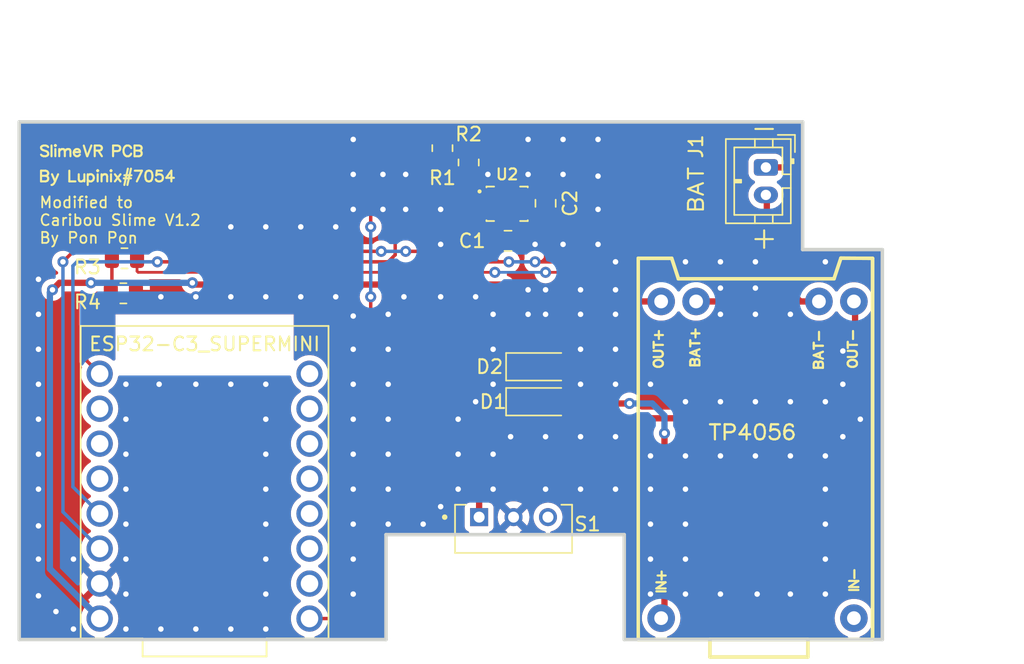
<source format=kicad_pcb>
(kicad_pcb (version 20221018) (generator pcbnew)
  (layers (0 "F.Cu" signal) (31 "B.Cu" signal) (34 "B.Paste" user) (35 "F.Paste" user) (36 "B.SilkS" user "B.Silkscreen") (37 "F.SilkS" user "F.Silkscreen") (38 "B.Mask" user) (39 "F.Mask" user) (44 "Edge.Cuts" user))
  (net 0 "")
  (net 1 "+3V3")
  (net 9 "+5V")
  (net 13 "Net-(D1-A)")
  (net 14 "Net-(D2-A)")
  (net 15 "GND")
  (net 21 "SCL")
  (net 23 "SDA")
  (net 24 "Net-(U1-GPIO0)")
  (net 25 "Net-(U3-OUT-)")
  (net 28 "/B+")
  (net 29 "/B-")
  (footprint "Connector_JST:JST_PH_B2B-PH-K_1x02_P2.00mm_Vertical" (layer "F.Cu") (at 79.756 28.702 -90)
    (fp_text reference "J1")
    (fp_text value "Conn_01x02_MountingPin")
  )
  (footprint "Resistor_SMD:R_0805_2012Metric" (layer "F.Cu") (at 33.1705 35.306 180)
    (fp_text reference "R3")
    (fp_text value "180k")
  )
  (footprint "EG1270:SW_EG1270" (layer "F.Cu") (at 61.428 54.102)
    (fp_text reference "S1")
    (fp_text value "EG1270")
  )
  (footprint "Capacitor_SMD:C_0805_2012Metric" (layer "F.Cu") (at 61.026 34.036)
    (fp_text reference "C1")
    (fp_text value "100nF")
  )
  (footprint "Capacitor_SMD:C_0805_2012Metric" (layer "F.Cu") (at 63.754 31.308 90)
    (fp_text reference "C2")
    (fp_text value "100nF")
  )
  (footprint "Resistor_SMD:R_0805_2012Metric" (layer "F.Cu") (at 58.166 28.3445 90)
    (fp_text reference "R2")
    (fp_text value "10k")
  )
  (footprint "Resistor_SMD:R_0805_2012Metric" (layer "F.Cu") (at 33.0905 37.846)
    (fp_text reference "R4")
    (fp_text value "180k")
  )
  (footprint "ESP32-C3_SUPERMINI:MODULE_ESP32-C3_SUPERMINI" (layer "F.Cu") (at 38.989 51.568 180)
    (fp_text reference "U1" hide)
    (fp_text value "ESP32-C3_SUPERMINI")
  )
  (footprint "Diode_SMD:D_SOD-123" (layer "F.Cu") (at 63.246 45.72)
    (fp_text reference "D1")
    (fp_text value "B5817W")
  )
  (footprint "TP4056_Charging_Board:TP4056 Charging Board" (layer "F.Cu") (at 87.748 63.938 90)
    (fp_text reference "U3" hide)
    (fp_text value "TP4056" hide)
  )
  (footprint "Resistor_SMD:R_0805_2012Metric" (layer "F.Cu") (at 56.261 27.305 90)
    (fp_text reference "R1")
    (fp_text value "10k")
  )
  (footprint "BMI270:XDCR_BMI270" (layer "F.Cu") (at 60.96 31.3455)
    (fp_text reference "U2")
    (fp_text value "BMI270")
  )
  (footprint "Diode_SMD:D_SOD-123" (layer "F.Cu") (at 63.246 43.18)
    (fp_text reference "D2")
    (fp_text value "B5817W")
  )
  (gr_line (start 87.503 62.992) (end 70.485 62.992) (stroke (width 0.254)) (layer "F.SilkS"))
  (gr_line (start 35.19932 29.2735) (end 35.16376 29.08808) (stroke (width 0.1524)) (layer "F.SilkS"))
  (gr_line (start 28.15082 27.0764) (end 28.11526 27.11195) (stroke (width 0.1524)) (layer "F.SilkS"))
  (gr_line (start 82.804 62.992) (end 82.804 64.262) (stroke (width 0.254)) (layer "F.SilkS"))
  (gr_line (start 86.33701 42.81102) (end 86.27351 42.74752) (stroke (width 0.1524)) (layer "F.SilkS"))
  (gr_line (start 71.98601 41.16256) (end 71.98601 40.58852) (stroke (width 0.1524)) (layer "F.SilkS"))
  (gr_line (start 80.75168 48.14063) (end 80.70088 48.29556) (stroke (width 0.1524)) (layer "F.SilkS"))
  (gr_line (start 81.61527 47.82821) (end 81.45779 47.7774) (stroke (width 0.1524)) (layer "F.SilkS"))
  (gr_line (start 71.80199 59.28117) (end 72.47 58.83667) (stroke (width 0.1524)) (layer "F.SilkS"))
  (gr_line (start 81.407 48.4505) (end 81.45779 48.4505) (stroke (width 0.1524)) (layer "F.SilkS"))
  (gr_line (start 84.70138 36.7919) (end 85.20201 35.29198) (stroke (width 0.254)) (layer "F.SilkS"))
  (gr_line (start 80.12938 47.36085) (end 80.07604 47.82821) (stroke (width 0.1524)) (layer "F.SilkS"))
  (gr_line (start 33.2486 27.15006) (end 33.17494 27.22372) (stroke (width 0.1524)) (layer "F.SilkS"))
  (gr_line (start 30.94482 29.49448) (end 30.90671 29.60624) (stroke (width 0.1524)) (layer "F.SilkS"))
  (gr_line (start 74.70648 42.62882) (end 74.803 42.62882) (stroke (width 0.1524)) (layer "F.SilkS"))
  (gr_line (start 86.27351 42.44018) (end 86.33701 42.37668) (stroke (width 0.1524)) (layer "F.SilkS"))
  (gr_line (start 84.70138 36.7919) (end 85.20201 35.29198) (stroke (width 0.254)) (layer "F.SilkS"))
  (gr_line (start 27.14751 27.37103) (end 27.18307 27.40659) (stroke (width 0.1524)) (layer "F.SilkS"))
  (gr_line (start 74.45248 42.62882) (end 74.51598 42.6593) (stroke (width 0.1524)) (layer "F.SilkS"))
  (gr_line (start 86.18301 58.5259) (end 86.18301 57.9544) (stroke (width 0.1524)) (layer "F.SilkS"))
  (gr_line (start 28.80105 27.40659) (end 28.83916 27.51835) (stroke (width 0.1524)) (layer "F.SilkS"))
  (gr_line (start 27.10942 28.94075) (end 27.10942 29.718) (stroke (width 0.1524)) (layer "F.SilkS"))
  (gr_line (start 33.13937 27.70377) (end 33.17494 27.77743) (stroke (width 0.1524)) (layer "F.SilkS"))
  (gr_line (start 83.26247 42.87266) (end 83.29549 42.83964) (stroke (width 0.1524)) (layer "F.SilkS"))
  (gr_line (start 32.67455 27.11195) (end 32.78378 27.15006) (stroke (width 0.1524)) (layer "F.SilkS"))
  (gr_line (start 27.29483 27.11195) (end 27.18307 27.15006) (stroke (width 0.1524)) (layer "F.SilkS"))
  (gr_line (start 34.34333 27.85109) (end 34.23157 27.88919) (stroke (width 0.1524)) (layer "F.SilkS"))
  (gr_line (start 82.804 64.262) (end 75.692 64.262) (stroke (width 0.254)) (layer "F.SilkS"))
  (gr_line (start 71.80199 59.28117) (end 72.47 59.28117) (stroke (width 0.1524)) (layer "F.SilkS"))
  (gr_line (start 29.85769 27.85109) (end 29.93135 27.77743) (stroke (width 0.1524)) (layer "F.SilkS"))
  (gr_line (start 75.692 64.262) (end 75.692 62.992) (stroke (width 0.254)) (layer "F.SilkS"))
  (gr_line (start 72.18299 58.62585) (end 72.18299 58.05435) (stroke (width 0.1524)) (layer "F.SilkS"))
  (gr_line (start 34.34333 27.15006) (end 34.38144 27.18561) (stroke (width 0.1524)) (layer "F.SilkS"))
  (gr_line (start 32.85744 27.25927) (end 32.85744 27.37103) (stroke (width 0.1524)) (layer "F.SilkS"))
  (gr_line (start 77.38618 47.879) (end 77.2287 47.93235) (stroke (width 0.1524)) (layer "F.SilkS"))
  (gr_line (start 74.57948 43.07332) (end 74.57948 42.7863) (stroke (width 0.1524)) (layer "F.SilkS"))
  (gr_line (start 28.15082 27.15006) (end 28.18892 27.11195) (stroke (width 0.1524)) (layer "F.SilkS"))
  (gr_line (start 85.20201 35.29198) (end 87.503 35.306) (stroke (width 0.254)) (layer "F.SilkS"))
  (gr_line (start 71.60501 41.59436) (end 72.27303 41.59436) (stroke (width 0.1524)) (layer "F.SilkS"))
  (gr_line (start 33.89883 27.11195) (end 33.89883 27.88919) (stroke (width 0.1524)) (layer "F.SilkS"))
  (gr_line (start 80.70088 48.29556) (end 80.59674 48.39971) (stroke (width 0.1524)) (layer "F.SilkS"))
  (gr_line (start 72.08253 42.4732) (end 72.17651 42.44018) (stroke (width 0.1524)) (layer "F.SilkS"))
  (gr_line (start 83.42249 42.80916) (end 83.48599 42.83964) (stroke (width 0.1524)) (layer "F.SilkS"))
  (gr_line (start 32.19196 28.97885) (end 32.23005 28.94075) (stroke (width 0.1524)) (layer "F.SilkS"))
  (gr_line (start 27.10942 27.29737) (end 27.14751 27.37103) (stroke (width 0.1524)) (layer "F.SilkS"))
  (gr_line (start 78.994 25.908) (end 80.264 25.908) (stroke (width 0.15)) (layer "F.SilkS"))
  (gr_line (start 86.37003 42.2192) (end 86.33701 42.12268) (stroke (width 0.1524)) (layer "F.SilkS"))
  (gr_line (start 35.92576 29.60624) (end 35.84955 29.6799) (stroke (width 0.1524)) (layer "F.SilkS"))
  (gr_line (start 74.26198 41.69918) (end 74.26198 41.25214) (stroke (width 0.1524)) (layer "F.SilkS"))
  (gr_line (start 70.485 35.306) (end 72.91577 35.306) (stroke (width 0.254)) (layer "F.SilkS"))
  (gr_line (start 80.28431 48.4505) (end 80.12938 48.39971) (stroke (width 0.1524)) (layer "F.SilkS"))
  (gr_line (start 79.36991 47.36085) (end 79.26577 47.36085) (stroke (width 0.1524)) (layer "F.SilkS"))
  (gr_line (start 86.21001 43.159) (end 86.27351 43.12852) (stroke (width 0.1524)) (layer "F.SilkS"))
  (gr_line (start 85.85949 43.159) (end 85.95601 43.19202) (stroke (width 0.1524)) (layer "F.SilkS"))
  (gr_line (start 80.59674 47.7774) (end 80.70088 47.879) (stroke (width 0.1524)) (layer "F.SilkS"))
  (gr_line (start 71.63549 42.81102) (end 71.60501 42.87452) (stroke (width 0.1524)) (layer "F.SilkS"))
  (gr_line (start 31.87446 29.2354) (end 31.91255 29.34716) (stroke (width 0.1524)) (layer "F.SilkS"))
  (gr_line (start 80.44179 48.4505) (end 80.28431 48.4505) (stroke (width 0.1524)) (layer "F.SilkS"))
  (gr_line (start 79.11084 48.39971) (end 79.26577 48.4505) (stroke (width 0.1524)) (layer "F.SilkS"))
  (gr_line (start 72.24001 43.06502) (end 72.27303 43.00152) (stroke (width 0.1524)) (layer "F.SilkS"))
  (gr_line (start 27.55392 27.15006) (end 27.44216 27.11195) (stroke (width 0.1524)) (layer "F.SilkS"))
  (gr_line (start 70.485 62.992) (end 70.485 35.306) (stroke (width 0.254)) (layer "F.SilkS"))
  (gr_line (start 29.48939 27.59201) (end 29.93135 27.59201) (stroke (width 0.1524)) (layer "F.SilkS"))
  (gr_line (start 86.17953 42.0287) (end 85.70201 42.0287) (stroke (width 0.1524)) (layer "F.SilkS"))
  (gr_line (start 82.804 64.262) (end 75.692 64.262) (stroke (width 0.254)) (layer "F.SilkS"))
  (gr_line (start 74.09434 29.14143) (end 75.184 29.14143) (stroke (width 0.1524)) (layer "F.SilkS"))
  (gr_line (start 86.21001 42.7145) (end 86.11603 42.68402) (stroke (width 0.1524)) (layer "F.SilkS"))
  (gr_line (start 85.95601 42.68402) (end 85.85949 42.7145) (stroke (width 0.1524)) (layer "F.SilkS"))
  (gr_line (start 80.12938 48.39971) (end 80.07604 48.3489) (stroke (width 0.1524)) (layer "F.SilkS"))
  (gr_line (start 27.29483 27.88919) (end 27.18307 27.85109) (stroke (width 0.1524)) (layer "F.SilkS"))
  (gr_line (start 86.27351 42.74752) (end 86.21001 42.7145) (stroke (width 0.1524)) (layer "F.SilkS"))
  (gr_line (start 27.55392 29.34716) (end 27.58948 29.38525) (stroke (width 0.1524)) (layer "F.SilkS"))
  (gr_line (start 74.38898 42.62882) (end 74.45248 42.62882) (stroke (width 0.1524)) (layer "F.SilkS"))
  (gr_line (start 81.14791 48.29556) (end 81.25206 48.39971) (stroke (width 0.1524)) (layer "F.SilkS"))
  (gr_line (start 33.92169 28.94075) (end 34.43985 28.94075) (stroke (width 0.1524)) (layer "F.SilkS"))
  (gr_line (start 78.9559 47.98314) (end 79.0067 48.24476) (stroke (width 0.1524)) (layer "F.SilkS"))
  (gr_line (start 32.47389 29.19983) (end 32.8803 29.718) (stroke (width 0.1524)) (layer "F.SilkS"))
  (gr_line (start 79.68234 47.98314) (end 79.68234 47.82821) (stroke (width 0.1524)) (layer "F.SilkS"))
  (gr_line (start 29.93135 27.59201) (end 29.93135 27.51835) (stroke (width 0.1524)) (layer "F.SilkS"))
  (gr_line (start 81.66608 47.41164) (end 81.51113 47.36085) (stroke (width 0.1524)) (layer "F.SilkS"))
  (gr_line (start 79.26577 47.36085) (end 79.11084 47.41164) (stroke (width 0.1524)) (layer "F.SilkS"))
  (gr_line (start 79.629 47.56913) (end 79.5274 47.41164) (stroke (width 0.1524)) (layer "F.SilkS"))
  (gr_line (start 34.97833 29.718) (end 35.0901 29.6799) (stroke (width 0.1524)) (layer "F.SilkS"))
  (gr_line (start 71.63549 43.06502) (end 71.69899 43.12852) (stroke (width 0.1524)) (layer "F.SilkS"))
  (gr_line (start 29.52496 27.77743) (end 29.59862 27.85109) (stroke (width 0.1524)) (layer "F.SilkS"))
  (gr_line (start 71.80199 58.83667) (end 72.47 58.83667) (stroke (width 0.1524)) (layer "F.SilkS"))
  (gr_line (start 32.34182 27.11195) (end 32.34182 27.88919) (stroke (width 0.1524)) (layer "F.SilkS"))
  (gr_line (start 72.11301 43.159) (end 72.17651 43.12852) (stroke (width 0.1524)) (layer "F.SilkS"))
  (gr_line (start 27.90698 29.19983) (end 28.12796 29.718) (stroke (width 0.1524)) (layer "F.SilkS"))
  (gr_line (start 86.27351 43.12852) (end 86.33701 43.06502) (stroke (width 0.1524)) (layer "F.SilkS"))
  (gr_line (start 71.76249 43.159) (end 71.85901 43.19202) (stroke (width 0.1524)) (layer "F.SilkS"))
  (gr_line (start 78.35138 47.36085) (end 77.83322 48.08729) (stroke (width 0.1524)) (layer "F.SilkS"))
  (gr_line (start 73.40091 36.7919) (end 84.70138 36.7919) (stroke (width 0.254)) (layer "F.SilkS"))
  (gr_line (start 29.85007 29.56813) (end 29.88817 29.6799) (stroke (width 0.1524)) (layer "F.SilkS"))
  (gr_line (start 81.71941 48.29556) (end 81.77022 48.14063) (stroke (width 0.1524)) (layer "F.SilkS"))
  (gr_line (start 83.77301 42.80916) (end 83.83651 42.83964) (stroke (width 0.1524)) (layer "F.SilkS"))
  (gr_line (start 27.62757 27.77743) (end 27.55392 27.85109) (stroke (width 0.1524)) (layer "F.SilkS"))
  (gr_line (start 72.11301 43.159) (end 72.17651 43.12852) (stroke (width 0.1524)) (layer "F.SilkS"))
  (gr_line (start 74.26198 42.164) (end 74.93 41.91) (stroke (width 0.1524)) (layer "F.SilkS"))
  (gr_line (start 72.24001 42.12268) (end 72.17651 42.05918) (stroke (width 0.1524)) (layer "F.SilkS"))
  (gr_line (start 71.60501 41.59436) (end 72.27303 41.59436) (stroke (width 0.1524)) (layer "F.SilkS"))
  (gr_line (start 86.17953 42.4732) (end 86.27351 42.44018) (stroke (width 0.1524)) (layer "F.SilkS"))
  (gr_line (start 80.28431 48.4505) (end 80.12938 48.39971) (stroke (width 0.1524)) (layer "F.SilkS"))
  (gr_line (start 83.57997 42.87266) (end 83.61299 42.83964) (stroke (width 0.1524)) (layer "F.SilkS"))
  (gr_line (start 30.57398 29.6799) (end 30.50032 29.60624) (stroke (width 0.1524)) (layer "F.SilkS"))
  (gr_line (start 80.75168 48.03648) (end 80.75168 48.14063) (stroke (width 0.1524)) (layer "F.SilkS"))
  (gr_line (start 74.26198 42.164) (end 74.93 42.418) (stroke (width 0.1524)) (layer "F.SilkS"))
  (gr_line (start 81.77022 48.14063) (end 81.77022 48.08729) (stroke (width 0.1524)) (layer "F.SilkS"))
  (gr_line (start 27.62757 27.66567) (end 27.62757 27.77743) (stroke (width 0.1524)) (layer "F.SilkS"))
  (gr_line (start 74.89698 42.69232) (end 74.93 42.7863) (stroke (width 0.1524)) (layer "F.SilkS"))
  (gr_line (start 76.05522 47.36085) (end 76.05522 48.4505) (stroke (width 0.1524)) (layer "F.SilkS"))
  (gr_line (start 75.692 62.992) (end 82.804 62.992) (stroke (width 0.254)) (layer "F.SilkS"))
  (gr_line (start 77.2287 47.36085) (end 77.38618 47.41164) (stroke (width 0.1524)) (layer "F.SilkS"))
  (gr_line (start 74.6125 31.28264) (end 74.66584 31.12771) (stroke (width 0.1524)) (layer "F.SilkS"))
  (gr_line (start 31.69157 29.19983) (end 31.8008 29.19983) (stroke (width 0.1524)) (layer "F.SilkS"))
  (gr_line (start 80.07604 47.82821) (end 80.12938 47.7774) (stroke (width 0.1524)) (layer "F.SilkS"))
  (gr_line (start 71.98601 41.16256) (end 71.98601 40.58852) (stroke (width 0.1524)) (layer "F.SilkS"))
  (gr_line (start 83.23199 43.25366) (end 83.90001 43.25366) (stroke (width 0.1524)) (layer "F.SilkS"))
  (gr_line (start 79.0067 48.24476) (end 79.11084 48.39971) (stroke (width 0.1524)) (layer "F.SilkS"))
  (gr_line (start 81.25206 47.41164) (end 81.14791 47.56913) (stroke (width 0.1524)) (layer "F.SilkS"))
  (gr_line (start 74.803 42.62882) (end 74.8665 42.6593) (stroke (width 0.1524)) (layer "F.SilkS"))
  (gr_line (start 85.80201 59.39204) (end 86.47003 59.39204) (stroke (width 0.1524)) (layer "F.SilkS"))
  (gr_line (start 28.0543 29.86532) (end 27.98064 29.93898) (stroke (width 0.1524)) (layer "F.SilkS"))
  (gr_line (start 72.24001 42.81102) (end 72.17651 42.74752) (stroke (width 0.1524)) (layer "F.SilkS"))
  (gr_line (start 35.74033 29.718) (end 35.62857 29.718) (stroke (width 0.1524)) (layer "F.SilkS"))
  (gr_line (start 34.417 27.63011) (end 34.417 27.73933) (stroke (width 0.1524)) (layer "F.SilkS"))
  (gr_line (start 80.75168 48.14063) (end 80.70088 48.29556) (stroke (width 0.1524)) (layer "F.SilkS"))
  (gr_line (start 80.28431 47.72406) (end 80.44179 47.72406) (stroke (width 0.1524)) (layer "F.SilkS"))
  (gr_line (start 81.77022 48.08729) (end 81.71941 47.93235) (stroke (width 0.1524)) (layer "F.SilkS"))
  (gr_line (start 32.34182 27.11195) (end 32.67455 27.11195) (stroke (width 0.1524)) (layer "F.SilkS"))
  (gr_line (start 71.69899 40.87554) (end 72.27303 40.87554) (stroke (width 0.1524)) (layer "F.SilkS"))
  (gr_line (start 77.83322 48.08729) (end 78.613 48.08729) (stroke (width 0.1524)) (layer "F.SilkS"))
  (gr_line (start 33.16223 29.2735) (end 33.67785 29.2735) (stroke (width 0.1524)) (layer "F.SilkS"))
  (gr_line (start 86.33701 42.37668) (end 86.37003 42.2827) (stroke (width 0.1524)) (layer "F.SilkS"))
  (gr_line (start 83.26247 42.87266) (end 83.29549 42.83964) (stroke (width 0.1524)) (layer "F.SilkS"))
  (gr_line (start 85.79599 43.12852) (end 85.85949 43.159) (stroke (width 0.1524)) (layer "F.SilkS"))
  (gr_line (start 71.60501 41.81788) (end 71.60501 41.37084) (stroke (width 0.1524)) (layer "F.SilkS"))
  (gr_line (start 31.50616 29.19983) (end 31.50616 29.718) (stroke (width 0.1524)) (layer "F.SilkS"))
  (gr_line (start 79.26577 48.4505) (end 79.36991 48.4505) (stroke (width 0.1524)) (layer "F.SilkS"))
  (gr_line (start 74.30261 31.02356) (end 74.40675 31.02356) (stroke (width 0.1524)) (layer "F.SilkS"))
  (gr_line (start 31.01085 27.11195) (end 31.3436 27.11195) (stroke (width 0.1524)) (layer "F.SilkS"))
  (gr_line (start 83.35899 42.80916) (end 83.42249 42.80916) (stroke (width 0.1524)) (layer "F.SilkS"))
  (gr_line (start 33.17494 27.22372) (end 33.13937 27.29737) (stroke (width 0.1524)) (layer "F.SilkS"))
  (gr_line (start 27.18307 27.40659) (end 27.25673 27.44469) (stroke (width 0.1524)) (layer "F.SilkS"))
  (gr_line (start 85.70201 42.4732) (end 86.17953 42.4732) (stroke (width 0.1524)) (layer "F.SilkS"))
  (gr_line (start 81.407 47.36085) (end 81.25206 47.41164) (stroke (width 0.1524)) (layer "F.SilkS"))
  (gr_line (start 34.417 27.25927) (end 34.417 27.33293) (stroke (width 0.1524)) (layer "F.SilkS"))
  (gr_line (start 72.91577 35.306) (end 73.40091 36.7919) (stroke (width 0.254)) (layer "F.SilkS"))
  (gr_line (start 74.40675 31.02356) (end 74.5109 31.07437) (stroke (width 0.1524)) (layer "F.SilkS"))
  (gr_line (start 74.60996 42.69232) (end 74.64298 42.6593) (stroke (width 0.1524)) (layer "F.SilkS"))
  (gr_line (start 74.26198 43.07332) (end 74.93 43.07332) (stroke (width 0.1524)) (layer "F.SilkS"))
  (gr_line (start 28.15082 27.37103) (end 28.15082 27.88919) (stroke (width 0.1524)) (layer "F.SilkS"))
  (gr_line (start 81.66608 47.41164) (end 81.51113 47.36085) (stroke (width 0.1524)) (layer "F.SilkS"))
  (gr_line (start 80.12938 47.36085) (end 80.07604 47.82821) (stroke (width 0.1524)) (layer "F.SilkS"))
  (gr_line (start 29.78403 27.88919) (end 29.85769 27.85109) (stroke (width 0.1524)) (layer "F.SilkS"))
  (gr_line (start 74.57948 42.7863) (end 74.60996 42.69232) (stroke (width 0.1524)) (layer "F.SilkS"))
  (gr_line (start 74.09434 31.75) (end 75.184 31.75) (stroke (width 0.1524)) (layer "F.SilkS"))
  (gr_line (start 79.68234 47.98314) (end 79.68234 47.82821) (stroke (width 0.1524)) (layer "F.SilkS"))
  (gr_line (start 71.63549 43.06502) (end 71.69899 43.12852) (stroke (width 0.1524)) (layer "F.SilkS"))
  (gr_line (start 86.33701 42.81102) (end 86.27351 42.74752) (stroke (width 0.1524)) (layer "F.SilkS"))
  (gr_line (start 35.51935 29.2354) (end 35.62857 29.19983) (stroke (width 0.1524)) (layer "F.SilkS"))
  (gr_line (start 27.58948 29.01442) (end 27.62757 29.08808) (stroke (width 0.1524)) (layer "F.SilkS"))
  (gr_line (start 28.35148 29.19983) (end 28.12796 29.718) (stroke (width 0.1524)) (layer "F.SilkS"))
  (gr_line (start 28.83916 27.51835) (end 28.83916 27.88919) (stroke (width 0.1524)) (layer "F.SilkS"))
  (gr_line (start 83.23199 42.34434) (end 83.90001 42.59834) (stroke (width 0.1524)) (layer "F.SilkS"))
  (gr_line (start 71.60501 42.87452) (end 71.60501 43.00152) (stroke (width 0.1524)) (layer "F.SilkS"))
  (gr_line (start 71.85901 42.68402) (end 71.76249 42.7145) (stroke (width 0.1524)) (layer "F.SilkS"))
  (gr_line (start 81.61527 48.39971) (end 81.71941 48.29556) (stroke (width 0.1524)) (layer "F.SilkS"))
  (gr_line (start 35.62857 29.19983) (end 35.74033 29.19983) (stroke (width 0.1524)) (layer "F.SilkS"))
  (gr_line (start 85.73249 43.06502) (end 85.79599 43.12852) (stroke (width 0.1524)) (layer "F.SilkS"))
  (gr_line (start 31.61792 29.2354) (end 31.69157 29.19983) (stroke (width 0.1524)) (layer "F.SilkS"))
  (gr_line (start 33.13937 27.29737) (end 33.10128 27.40659) (stroke (width 0.1524)) (layer "F.SilkS"))
  (gr_line (start 83.23199 43.25366) (end 83.23199 42.96664) (stroke (width 0.1524)) (layer "F.SilkS"))
  (gr_line (start 30.83305 29.2354) (end 30.90671 29.31159) (stroke (width 0.1524)) (layer "F.SilkS"))
  (gr_line (start 27.58948 29.2354) (end 27.55392 29.2735) (stroke (width 0.1524)) (layer "F.SilkS"))
  (gr_line (start 33.61944 27.22372) (end 33.54578 27.15006) (stroke (width 0.1524)) (layer "F.SilkS"))
  (gr_line (start 79.11084 47.41164) (end 79.0067 47.56913) (stroke (width 0.1524)) (layer "F.SilkS"))
  (gr_line (start 74.70648 42.32148) (end 74.70648 42.00398) (stroke (width 0.1524)) (layer "F.SilkS"))
  (gr_line (start 71.76249 43.159) (end 71.85901 43.19202) (stroke (width 0.1524)) (layer "F.SilkS"))
  (gr_line (start 33.655 27.29737) (end 33.61944 27.22372) (stroke (width 0.1524)) (layer "F.SilkS"))
  (gr_line (start 74.57948 43.07332) (end 74.57948 42.7863) (stroke (width 0.1524)) (layer "F.SilkS"))
  (gr_line (start 83.23199 43.25366) (end 83.23199 42.96664) (stroke (width 0.1524)) (layer "F.SilkS"))
  (gr_line (start 83.61299 41.2242) (end 83.61299 40.65016) (stroke (width 0.1524)) (layer "F.SilkS"))
  (gr_line (start 29.78403 27.37103) (end 29.67228 27.37103) (stroke (width 0.1524)) (layer "F.SilkS"))
  (gr_line (start 86.33701 42.12268) (end 86.27351 42.05918) (stroke (width 0.1524)) (layer "F.SilkS"))
  (gr_line (start 80.70088 48.29556) (end 80.59674 48.39971) (stroke (width 0.1524)) (layer "F.SilkS"))
  (gr_line (start 85.70201 43.00152) (end 85.73249 43.06502) (stroke (width 0.1524)) (layer "F.SilkS"))
  (gr_line (start 29.85007 29.19983) (end 29.85007 29.56813) (stroke (width 0.1524)) (layer "F.SilkS"))
  (gr_line (start 35.92576 29.31159) (end 35.96132 29.42082) (stroke (width 0.1524)) (layer "F.SilkS"))
  (gr_line (start 35.88766 28.94075) (end 35.51935 28.94075) (stroke (width 0.1524)) (layer "F.SilkS"))
  (gr_line (start 86.37003 43.00152) (end 86.37003 42.87452) (stroke (width 0.1524)) (layer "F.SilkS"))
  (gr_line (start 86.27351 42.05918) (end 86.17953 42.0287) (stroke (width 0.1524)) (layer "F.SilkS"))
  (gr_line (start 30.214098 27.118492) (end 30.45205 27.88919) (stroke (width 0.1524)) (layer "F.SilkS"))
  (gr_line (start 71.60501 42.4732) (end 72.08253 42.4732) (stroke (width 0.1524)) (layer "F.SilkS"))
  (gr_line (start 80.44179 47.72406) (end 80.59674 47.7774) (stroke (width 0.1524)) (layer "F.SilkS"))
  (gr_line (start 33.17494 27.77743) (end 33.2486 27.85109) (stroke (width 0.1524)) (layer "F.SilkS"))
  (gr_line (start 87.503 62.992) (end 70.485 62.992) (stroke (width 0.254)) (layer "F.SilkS"))
  (gr_line (start 83.67649 42.80916) (end 83.77301 42.80916) (stroke (width 0.1524)) (layer "F.SilkS"))
  (gr_line (start 32.82187 27.44469) (end 32.78378 27.48279) (stroke (width 0.1524)) (layer "F.SilkS"))
  (gr_line (start 34.71926 29.56813) (end 34.79292 29.6799) (stroke (width 0.1524)) (layer "F.SilkS"))
  (gr_line (start 77.43697 47.82821) (end 77.38618 47.879) (stroke (width 0.1524)) (layer "F.SilkS"))
  (gr_line (start 70.485 35.306) (end 72.91577 35.306) (stroke (width 0.254)) (layer "F.SilkS"))
  (gr_line (start 85.70201 41.59436) (end 86.37003 41.59436) (stroke (width 0.1524)) (layer "F.SilkS"))
  (gr_line (start 27.18307 27.85109) (end 27.10942 27.77743) (stroke (width 0.1524)) (layer "F.SilkS"))
  (gr_line (start 72.91577 35.306) (end 73.40091 36.7919) (stroke (width 0.254)) (layer "F.SilkS"))
  (gr_line (start 33.10128 27.40659) (end 33.10128 27.59201) (stroke (width 0.1524)) (layer "F.SilkS"))
  (gr_line (start 27.87142 27.11195) (end 27.87142 27.88919) (stroke (width 0.1524)) (layer "F.SilkS"))
  (gr_line (start 73.40091 36.7919) (end 84.70138 36.7919) (stroke (width 0.254)) (layer "F.SilkS"))
  (gr_line (start 83.51647 42.87266) (end 83.54949 42.96664) (stroke (width 0.1524)) (layer "F.SilkS"))
  (gr_line (start 83.83651 42.83964) (end 83.86699 42.87266) (stroke (width 0.1524)) (layer "F.SilkS"))
  (gr_line (start 71.80199 59.28117) (end 72.47 58.83667) (stroke (width 0.1524)) (layer "F.SilkS"))
  (gr_line (start 33.6423 28.79343) (end 33.38321 29.97453) (stroke (width 0.1524)) (layer "F.SilkS"))
  (gr_line (start 74.29246 42.69232) (end 74.32548 42.6593) (stroke (width 0.1524)) (layer "F.SilkS"))
  (gr_line (start 83.48599 42.83964) (end 83.51647 42.87266) (stroke (width 0.1524)) (layer "F.SilkS"))
  (gr_line (start 85.80201 59.18122) (end 86.47003 59.18122) (stroke (width 0.1524)) (layer "F.SilkS"))
  (gr_line (start 34.34333 27.44469) (end 34.23157 27.48279) (stroke (width 0.1524)) (layer "F.SilkS"))
  (gr_line (start 31.8008 29.19983) (end 31.87446 29.2354) (stroke (width 0.1524)) (layer "F.SilkS"))
  (gr_line (start 30.90671 29.60624) (end 30.83305 29.6799) (stroke (width 0.1524)) (layer "F.SilkS"))
  (gr_line (start 27.44216 29.31159) (end 27.55392 29.34716) (stroke (width 0.1524)) (layer "F.SilkS"))
  (gr_line (start 86.27351 42.74752) (end 86.21001 42.7145) (stroke (width 0.1524)) (layer "F.SilkS"))
  (gr_line (start 81.14791 47.56913) (end 81.09458 47.82821) (stroke (width 0.1524)) (layer "F.SilkS"))
  (gr_line (start 72.11301 42.7145) (end 72.01903 42.68402) (stroke (width 0.1524)) (layer "F.SilkS"))
  (gr_line (start 83.23199 43.25366) (end 83.90001 43.25366) (stroke (width 0.1524)) (layer "F.SilkS"))
  (gr_line (start 83.77301 42.80916) (end 83.83651 42.83964) (stroke (width 0.1524)) (layer "F.SilkS"))
  (gr_line (start 83.23199 42.34434) (end 83.90001 42.09034) (stroke (width 0.1524)) (layer "F.SilkS"))
  (gr_line (start 86.37003 42.2192) (end 86.33701 42.12268) (stroke (width 0.1524)) (layer "F.SilkS"))
  (gr_line (start 86.37003 42.87452) (end 86.33701 42.81102) (stroke (width 0.1524)) (layer "F.SilkS"))
  (gr_line (start 35.51935 28.94075) (end 35.48126 29.2735) (stroke (width 0.1524)) (layer "F.SilkS"))
  (gr_line (start 29.24555 27.51835) (end 29.24555 27.88919) (stroke (width 0.1524)) (layer "F.SilkS"))
  (gr_line (start 32.82187 27.18561) (end 32.85744 27.25927) (stroke (width 0.1524)) (layer "F.SilkS"))
  (gr_line (start 29.67228 27.88919) (end 29.78403 27.88919) (stroke (width 0.1524)) (layer "F.SilkS"))
  (gr_line (start 72.27303 43.00152) (end 72.27303 42.87452) (stroke (width 0.1524)) (layer "F.SilkS"))
  (gr_line (start 83.23199 41.656) (end 83.90001 41.656) (stroke (width 0.1524)) (layer "F.SilkS"))
  (gr_line (start 77.43697 47.46498) (end 77.49031 47.56913) (stroke (width 0.1524)) (layer "F.SilkS"))
  (gr_line (start 85.70201 42.87452) (end 85.70201 43.00152) (stroke (width 0.1524)) (layer "F.SilkS"))
  (gr_line (start 86.11603 42.68402) (end 85.95601 42.68402) (stroke (width 0.1524)) (layer "F.SilkS"))
  (gr_line (start 34.90467 28.94075) (end 34.79292 28.97885) (stroke (width 0.1524)) (layer "F.SilkS"))
  (gr_line (start 31.3436 27.11195) (end 31.45535 27.15006) (stroke (width 0.1524)) (layer "F.SilkS"))
  (gr_line (start 29.1338 27.37103) (end 29.20746 27.40659) (stroke (width 0.1524)) (layer "F.SilkS"))
  (gr_line (start 72.18299 58.62585) (end 72.18299 58.05435) (stroke (width 0.1524)) (layer "F.SilkS"))
  (gr_line (start 83.90001 42.96664) (end 83.90001 43.25366) (stroke (width 0.1524)) (layer "F.SilkS"))
  (gr_line (start 86.37003 42.87452) (end 86.33701 42.81102) (stroke (width 0.1524)) (layer "F.SilkS"))
  (gr_line (start 81.407 48.4505) (end 81.45779 48.4505) (stroke (width 0.1524)) (layer "F.SilkS"))
  (gr_line (start 79.5274 47.41164) (end 79.36991 47.36085) (stroke (width 0.1524)) (layer "F.SilkS"))
  (gr_line (start 71.69899 43.12852) (end 71.76249 43.159) (stroke (width 0.1524)) (layer "F.SilkS"))
  (gr_line (start 81.25206 48.39971) (end 81.407 48.4505) (stroke (width 0.1524)) (layer "F.SilkS"))
  (gr_line (start 72.17651 42.05918) (end 72.08253 42.0287) (stroke (width 0.1524)) (layer "F.SilkS"))
  (gr_line (start 85.80201 59.18122) (end 86.47003 58.73672) (stroke (width 0.1524)) (layer "F.SilkS"))
  (gr_line (start 27.62757 29.45892) (end 27.62757 29.56813) (stroke (width 0.1524)) (layer "F.SilkS"))
  (gr_line (start 85.95601 43.19202) (end 86.11603 43.19202) (stroke (width 0.1524)) (layer "F.SilkS"))
  (gr_line (start 75.1332 31.12771) (end 75.184 31.28264) (stroke (width 0.1524)) (layer "F.SilkS"))
  (gr_line (start 81.25206 47.82821) (end 81.14791 47.93235) (stroke (width 0.1524)) (layer "F.SilkS"))
  (gr_line (start 80.07604 48.3489) (end 80.02524 48.24476) (stroke (width 0.1524)) (layer "F.SilkS"))
  (gr_line (start 35.16376 29.56813) (end 35.19932 29.38525) (stroke (width 0.1524)) (layer "F.SilkS"))
  (gr_line (start 30.50032 29.19983) (end 30.50032 29.97453) (stroke (width 0.1524)) (layer "F.SilkS"))
  (gr_line (start 74.35596 40.75684) (end 74.93 40.75684) (stroke (width 0.1524)) (layer "F.SilkS"))
  (gr_line (start 85.80201 58.73672) (end 86.47003 58.73672) (stroke (width 0.1524)) (layer "F.SilkS"))
  (gr_line (start 77.38618 47.41164) (end 77.43697 47.46498) (stroke (width 0.1524)) (layer "F.SilkS"))
  (gr_line (start 31.22421 28.97885) (end 31.26232 28.94075) (stroke (width 0.1524)) (layer "F.SilkS"))
  (gr_line (start 34.68369 29.2735) (end 34.68369 29.38525) (stroke (width 0.1524)) (layer "F.SilkS"))
  (gr_line (start 78.9559 47.82821) (end 78.9559 47.98314) (stroke (width 0.1524)) (layer "F.SilkS"))
  (gr_line (start 74.66584 31.12771) (end 74.71663 31.07437) (stroke (width 0.1524)) (layer "F.SilkS"))
  (gr_line (start 75.184 31.28264) (end 75.184 31.75) (stroke (width 0.1524)) (layer "F.SilkS"))
  (gr_line (start 83.54949 43.25366) (end 83.54949 42.96664) (stroke (width 0.1524)) (layer "F.SilkS"))
  (gr_line (start 27.62757 29.56813) (end 27.58948 29.64179) (stroke (width 0.1524)) (layer "F.SilkS"))
  (gr_line (start 27.55392 27.85109) (end 27.44216 27.88919) (stroke (width 0.1524)) (layer "F.SilkS"))
  (gr_line (start 83.23199 42.34434) (end 83.90001 42.09034) (stroke (width 0.1524)) (layer "F.SilkS"))
  (gr_line (start 74.38898 42.62882) (end 74.45248 42.62882) (stroke (width 0.1524)) (layer "F.SilkS"))
  (gr_line (start 78.35138 47.36085) (end 78.35138 48.4505) (stroke (width 0.1524)) (layer "F.SilkS"))
  (gr_line (start 71.60501 42.4732) (end 72.08253 42.4732) (stroke (width 0.1524)) (layer "F.SilkS"))
  (gr_line (start 33.3248 27.11195) (end 33.2486 27.15006) (stroke (width 0.1524)) (layer "F.SilkS"))
  (gr_line (start 83.54949 43.25366) (end 83.54949 42.96664) (stroke (width 0.1524)) (layer "F.SilkS"))
  (gr_line (start 31.91255 29.34716) (end 31.91255 29.718) (stroke (width 0.1524)) (layer "F.SilkS"))
  (gr_line (start 74.54646 42.69232) (end 74.57948 42.7863) (stroke (width 0.1524)) (layer "F.SilkS"))
  (gr_line (start 27.58948 29.64179) (end 27.55392 29.6799) (stroke (width 0.1524)) (layer "F.SilkS"))
  (gr_line (start 79.629 48.24476) (end 79.68234 47.98314) (stroke (width 0.1524)) (layer "F.SilkS"))
  (gr_line (start 79.36991 48.4505) (end 79.5274 48.39971) (stroke (width 0.1524)) (layer "F.SilkS"))
  (gr_line (start 27.44216 27.88919) (end 27.29483 27.88919) (stroke (width 0.1524)) (layer "F.SilkS"))
  (gr_line (start 33.61944 27.77743) (end 33.655 27.70377) (stroke (width 0.1524)) (layer "F.SilkS"))
  (gr_line (start 34.23157 27.48279) (end 34.34333 27.51835) (stroke (width 0.1524)) (layer "F.SilkS"))
  (gr_line (start 74.26198 43.07332) (end 74.26198 42.7863) (stroke (width 0.1524)) (layer "F.SilkS"))
  (gr_line (start 31.52901 27.33293) (end 31.49092 27.40659) (stroke (width 0.1524)) (layer "F.SilkS"))
  (gr_line (start 33.89883 27.11195) (end 34.23157 27.11195) (stroke (width 0.1524)) (layer "F.SilkS"))
  (gr_line (start 30.75939 29.718) (end 30.64764 29.718) (stroke (width 0.1524)) (layer "F.SilkS"))
  (gr_line (start 77.49031 47.56913) (end 77.49031 47.72406) (stroke (width 0.1524)) (layer "F.SilkS"))
  (gr_line (start 80.59674 47.7774) (end 80.70088 47.879) (stroke (width 0.1524)) (layer "F.SilkS"))
  (gr_line (start 71.89597 58.34137) (end 72.47 58.34137) (stroke (width 0.1524)) (layer "F.SilkS"))
  (gr_line (start 27.98064 29.93898) (end 27.90698 29.97453) (stroke (width 0.1524)) (layer "F.SilkS"))
  (gr_line (start 77.38618 47.879) (end 77.2287 47.93235) (stroke (width 0.1524)) (layer "F.SilkS"))
  (gr_line (start 83.29549 42.83964) (end 83.35899 42.80916) (stroke (width 0.1524)) (layer "F.SilkS"))
  (gr_line (start 78.994 33.909) (end 80.264 33.909) (stroke (width 0.15)) (layer "F.SilkS"))
  (gr_line (start 74.26198 41.47566) (end 74.93 41.47566) (stroke (width 0.1524)) (layer "F.SilkS"))
  (gr_line (start 29.93135 27.51835) (end 29.8958 27.44469) (stroke (width 0.1524)) (layer "F.SilkS"))
  (gr_line (start 33.12414 29.49448) (end 33.6423 29.49448) (stroke (width 0.1524)) (layer "F.SilkS"))
  (gr_line (start 85.73249 43.06502) (end 85.79599 43.12852) (stroke (width 0.1524)) (layer "F.SilkS"))
  (gr_line (start 27.55392 27.55645) (end 27.58948 27.59201) (stroke (width 0.1524)) (layer "F.SilkS"))
  (gr_line (start 31.50616 29.34716) (end 31.61792 29.2354) (stroke (width 0.1524)) (layer "F.SilkS"))
  (gr_line (start 74.26198 41.47566) (end 74.93 41.47566) (stroke (width 0.1524)) (layer "F.SilkS"))
  (gr_line (start 35.51935 29.6799) (end 35.48126 29.64179) (stroke (width 0.1524)) (layer "F.SilkS"))
  (gr_line (start 81.51113 47.36085) (end 81.407 47.36085) (stroke (width 0.1524)) (layer "F.SilkS"))
  (gr_line (start 86.17953 42.0287) (end 85.70201 42.0287) (stroke (width 0.1524)) (layer "F.SilkS"))
  (gr_line (start 35.48126 29.64179) (end 35.44316 29.56813) (stroke (width 0.1524)) (layer "F.SilkS"))
  (gr_line (start 81.45779 47.7774) (end 81.407 47.7774) (stroke (width 0.1524)) (layer "F.SilkS"))
  (gr_line (start 79.0067 48.24476) (end 79.11084 48.39971) (stroke (width 0.1524)) (layer "F.SilkS"))
  (gr_line (start 72.17651 43.12852) (end 72.24001 43.06502) (stroke (width 0.1524)) (layer "F.SilkS"))
  (gr_line (start 74.26198 42.164) (end 74.93 42.418) (stroke (width 0.1524)) (layer "F.SilkS"))
  (gr_line (start 71.80199 59.49199) (end 72.47 59.49199) (stroke (width 0.1524)) (layer "F.SilkS"))
  (gr_line (start 86.11603 42.68402) (end 85.95601 42.68402) (stroke (width 0.1524)) (layer "F.SilkS"))
  (gr_line (start 35.62857 29.718) (end 35.51935 29.6799) (stroke (width 0.1524)) (layer "F.SilkS"))
  (gr_line (start 80.44179 47.72406) (end 80.59674 47.7774) (stroke (width 0.1524)) (layer "F.SilkS"))
  (gr_line (start 31.26232 28.94075) (end 31.22421 28.90519) (stroke (width 0.1524)) (layer "F.SilkS"))
  (gr_line (start 80.59674 48.39971) (end 80.44179 48.4505) (stroke (width 0.1524)) (layer "F.SilkS"))
  (gr_line (start 31.18866 28.94075) (end 31.22421 28.97885) (stroke (width 0.1524)) (layer "F.SilkS"))
  (gr_line (start 83.61299 42.83964) (end 83.67649 42.80916) (stroke (width 0.1524)) (layer "F.SilkS"))
  (gr_line (start 72.17651 42.05918) (end 72.08253 42.0287) (stroke (width 0.1524)) (layer "F.SilkS"))
  (gr_line (start 81.14791 47.93235) (end 81.09458 48.08729) (stroke (width 0.1524)) (layer "F.SilkS"))
  (gr_line (start 85.80201 58.73672) (end 86.47003 58.73672) (stroke (width 0.1524)) (layer "F.SilkS"))
  (gr_line (start 74.29246 42.69232) (end 74.32548 42.6593) (stroke (width 0.1524)) (layer "F.SilkS"))
  (gr_line (start 35.84955 29.2354) (end 35.92576 29.31159) (stroke (width 0.1524)) (layer "F.SilkS"))
  (gr_line (start 74.5617 31.12771) (end 74.6125 31.28264) (stroke (width 0.1524)) (layer "F.SilkS"))
  (gr_line (start 34.71926 29.08808) (end 34.68369 29.2735) (stroke (width 0.1524)) (layer "F.SilkS"))
  (gr_line (start 85.70201 41.81788) (end 85.70201 41.37084) (stroke (width 0.1524)) (layer "F.SilkS"))
  (gr_line (start 29.16428 29.718) (end 29.60623 29.718) (stroke (width 0.1524)) (layer "F.SilkS"))
  (gr_line (start 83.86699 42.87266) (end 83.90001 42.96664) (stroke (width 0.1524)) (layer "F.SilkS"))
  (gr_line (start 29.59862 27.40659) (end 29.52496 27.48279) (stroke (width 0.1524)) (layer "F.SilkS"))
  (gr_line (start 32.85744 27.37103) (end 32.82187 27.44469) (stroke (width 0.1524)) (layer "F.SilkS"))
  (gr_line (start 85.95601 43.19202) (end 86.11603 43.19202) (stroke (width 0.1524)) (layer "F.SilkS"))
  (gr_line (start 32.15639 28.94075) (end 32.19196 28.97885) (stroke (width 0.1524)) (layer "F.SilkS"))
  (gr_line (start 27.25673 27.44469) (end 27.47771 27.51835) (stroke (width 0.1524)) (layer "F.SilkS"))
  (gr_line (start 29.16428 28.94075) (end 29.16428 29.718) (stroke (width 0.1524)) (layer "F.SilkS"))
  (gr_line (start 83.51647 42.87266) (end 83.54949 42.96664) (stroke (width 0.1524)) (layer "F.SilkS"))
  (gr_line (start 83.61299 42.83964) (end 83.67649 42.80916) (stroke (width 0.1524)) (layer "F.SilkS"))
  (gr_line (start 81.61527 48.39971) (end 81.71941 48.29556) (stroke (width 0.1524)) (layer "F.SilkS"))
  (gr_line (start 74.70648 42.32148) (end 74.70648 42.00398) (stroke (width 0.1524)) (layer "F.SilkS"))
  (gr_line (start 77.2287 47.93235) (end 76.76134 47.93235) (stroke (width 0.1524)) (layer "F.SilkS"))
  (gr_line (start 85.70201 42.4732) (end 86.17953 42.4732) (stroke (width 0.1524)) (layer "F.SilkS"))
  (gr_line (start 81.09458 47.82821) (end 81.09458 48.08729) (stroke (width 0.1524)) (layer "F.SilkS"))
  (gr_line (start 72.24001 42.37668) (end 72.27303 42.2827) (stroke (width 0.1524)) (layer "F.SilkS"))
  (gr_line (start 72.24001 42.12268) (end 72.17651 42.05918) (stroke (width 0.1524)) (layer "F.SilkS"))
  (gr_line (start 77.49031 47.56913) (end 77.49031 47.72406) (stroke (width 0.1524)) (layer "F.SilkS"))
  (gr_line (start 30.76701 27.11195) (end 30.47237 27.88919) (stroke (width 0.1524)) (layer "F.SilkS"))
  (gr_line (start 28.83916 27.51835) (end 28.94837 27.40659) (stroke (width 0.1524)) (layer "F.SilkS"))
  (gr_line (start 32.78378 27.15006) (end 32.82187 27.18561) (stroke (width 0.1524)) (layer "F.SilkS"))
  (gr_line (start 81.71941 47.93235) (end 81.61527 47.82821) (stroke (width 0.1524)) (layer "F.SilkS"))
  (gr_line (start 83.57997 42.87266) (end 83.61299 42.83964) (stroke (width 0.1524)) (layer "F.SilkS"))
  (gr_line (start 79.629 48.24476) (end 79.68234 47.98314) (stroke (width 0.1524)) (layer "F.SilkS"))
  (gr_line (start 27.62757 29.08808) (end 27.62757 29.16174) (stroke (width 0.1524)) (layer "F.SilkS"))
  (gr_line (start 86.11603 43.19202) (end 86.21001 43.159) (stroke (width 0.1524)) (layer "F.SilkS"))
  (gr_line (start 28.94837 27.40659) (end 29.02203 27.37103) (stroke (width 0.1524)) (layer "F.SilkS"))
  (gr_line (start 34.79292 29.6799) (end 34.90467 29.718) (stroke (width 0.1524)) (layer "F.SilkS"))
  (gr_line (start 86.33701 42.37668) (end 86.37003 42.2827) (stroke (width 0.1524)) (layer "F.SilkS"))
  (gr_line (start 74.5109 31.07437) (end 74.5617 31.12771) (stroke (width 0.1524)) (layer "F.SilkS"))
  (gr_line (start 35.84955 29.6799) (end 35.74033 29.718) (stroke (width 0.1524)) (layer "F.SilkS"))
  (gr_line (start 79.26577 47.36085) (end 79.11084 47.41164) (stroke (width 0.1524)) (layer "F.SilkS"))
  (gr_line (start 72.17651 43.12852) (end 72.24001 43.06502) (stroke (width 0.1524)) (layer "F.SilkS"))
  (gr_line (start 30.25648 29.19983) (end 30.25648 29.718) (stroke (width 0.1524)) (layer "F.SilkS"))
  (gr_line (start 74.26198 42.7863) (end 74.29246 42.69232) (stroke (width 0.1524)) (layer "F.SilkS"))
  (gr_line (start 85.85949 42.7145) (end 85.79599 42.74752) (stroke (width 0.1524)) (layer "F.SilkS"))
  (gr_line (start 85.79599 42.74752) (end 85.73249 42.81102) (stroke (width 0.1524)) (layer "F.SilkS"))
  (gr_line (start 86.21001 42.7145) (end 86.11603 42.68402) (stroke (width 0.1524)) (layer "F.SilkS"))
  (gr_line (start 80.07604 47.82821) (end 80.12938 47.7774) (stroke (width 0.1524)) (layer "F.SilkS"))
  (gr_line (start 81.14791 48.29556) (end 81.25206 48.39971) (stroke (width 0.1524)) (layer "F.SilkS"))
  (gr_line (start 28.54198 27.40659) (end 28.61564 27.37103) (stroke (width 0.1524)) (layer "F.SilkS"))
  (gr_line (start 30.64764 29.19983) (end 30.75939 29.19983) (stroke (width 0.1524)) (layer "F.SilkS"))
  (gr_line (start 72.17651 42.74752) (end 72.11301 42.7145) (stroke (width 0.1524)) (layer "F.SilkS"))
  (gr_line (start 77.49031 47.72406) (end 77.43697 47.82821) (stroke (width 0.1524)) (layer "F.SilkS"))
  (gr_line (start 72.01903 42.68402) (end 71.85901 42.68402) (stroke (width 0.1524)) (layer "F.SilkS"))
  (gr_line (start 34.90467 29.718) (end 34.97833 29.718) (stroke (width 0.1524)) (layer "F.SilkS"))
  (gr_line (start 74.82077 31.02356) (end 74.97825 31.02356) (stroke (width 0.1524)) (layer "F.SilkS"))
  (gr_line (start 85.79599 43.12852) (end 85.85949 43.159) (stroke (width 0.1524)) (layer "F.SilkS"))
  (gr_line (start 34.38144 27.40659) (end 34.34333 27.44469) (stroke (width 0.1524)) (layer "F.SilkS"))
  (gr_line (start 32.78378 27.48279) (end 32.67455 27.51835) (stroke (width 0.1524)) (layer "F.SilkS"))
  (gr_line (start 81.407 47.7774) (end 81.25206 47.82821) (stroke (width 0.1524)) (layer "F.SilkS"))
  (gr_line (start 74.26198 41.69918) (end 74.26198 41.25214) (stroke (width 0.1524)) (layer "F.SilkS"))
  (gr_line (start 30.83305 29.6799) (end 30.75939 29.718) (stroke (width 0.1524)) (layer "F.SilkS"))
  (gr_line (start 32.19196 28.90519) (end 32.15639 28.94075) (stroke (width 0.1524)) (layer "F.SilkS"))
  (gr_line (start 81.09458 48.08729) (end 81.14791 48.29556) (stroke (width 0.1524)) (layer "F.SilkS"))
  (gr_line (start 33.54578 27.15006) (end 33.47212 27.11195) (stroke (width 0.1524)) (layer "F.SilkS"))
  (gr_line (start 79.36991 48.4505) (end 79.5274 48.39971) (stroke (width 0.1524)) (layer "F.SilkS"))
  (gr_line (start 81.45779 48.4505) (end 81.61527 48.39971) (stroke (width 0.1524)) (layer "F.SilkS"))
  (gr_line (start 80.12938 48.39971) (end 80.07604 48.3489) (stroke (width 0.1524)) (layer "F.SilkS"))
  (gr_line (start 81.61527 47.82821) (end 81.45779 47.7774) (stroke (width 0.1524)) (layer "F.SilkS"))
  (gr_line (start 79.0067 47.56913) (end 78.9559 47.82821) (stroke (width 0.1524)) (layer "F.SilkS"))
  (gr_line (start 27.44216 28.94075) (end 27.55392 28.97885) (stroke (width 0.1524)) (layer "F.SilkS"))
  (gr_line (start 36.576 28.94075) (end 36.20516 29.45892) (stroke (width 0.1524)) (layer "F.SilkS"))
  (gr_line (start 83.48599 42.83964) (end 83.51647 42.87266) (stroke (width 0.1524)) (layer "F.SilkS"))
  (gr_line (start 71.76249 42.7145) (end 71.69899 42.74752) (stroke (width 0.1524)) (layer "F.SilkS"))
  (gr_line (start 77.2287 47.93235) (end 76.76134 47.93235) (stroke (width 0.1524)) (layer "F.SilkS"))
  (gr_line (start 81.14791 47.56913) (end 81.09458 47.82821) (stroke (width 0.1524)) (layer "F.SilkS"))
  (gr_line (start 87.503 35.306) (end 87.503 62.992) (stroke (width 0.254)) (layer "F.SilkS"))
  (gr_line (start 80.44179 48.4505) (end 80.28431 48.4505) (stroke (width 0.1524)) (layer "F.SilkS"))
  (gr_line (start 35.16376 29.08808) (end 35.0901 28.97885) (stroke (width 0.1524)) (layer "F.SilkS"))
  (gr_line (start 83.67649 42.50182) (end 83.67649 42.18432) (stroke (width 0.1524)) (layer "F.SilkS"))
  (gr_line (start 79.36991 47.36085) (end 79.26577 47.36085) (stroke (width 0.1524)) (layer "F.SilkS"))
  (gr_line (start 78.35138 47.36085) (end 78.35138 48.4505) (stroke (width 0.1524)) (layer "F.SilkS"))
  (gr_line (start 80.59674 48.39971) (end 80.44179 48.4505) (stroke (width 0.1524)) (layer "F.SilkS"))
  (gr_line (start 71.60501 41.81788) (end 71.60501 41.37084) (stroke (width 0.1524)) (layer "F.SilkS"))
  (gr_line (start 31.49092 27.18561) (end 31.52901 27.25927) (stroke (width 0.1524)) (layer "F.SilkS"))
  (gr_line (start 27.44216 29.718) (end 27.10942 29.718) (stroke (width 0.1524)) (layer "F.SilkS"))
  (gr_line (start 76.05522 47.36085) (end 76.05522 48.4505) (stroke (width 0.1524)) (layer "F.SilkS"))
  (gr_line (start 72.27303 42.2192) (end 72.24001 42.12268) (stroke (width 0.1524)) (layer "F.SilkS"))
  (gr_line (start 72.08253 42.0287) (end 71.60501 42.0287) (stroke (width 0.1524)) (layer "F.SilkS"))
  (gr_line (start 32.67455 27.51835) (end 32.34182 27.51835) (stroke (width 0.1524)) (layer "F.SilkS"))
  (gr_line (start 86.27351 42.05918) (end 86.17953 42.0287) (stroke (width 0.1524)) (layer "F.SilkS"))
  (gr_line (start 34.43985 28.94075) (end 34.06901 29.718) (stroke (width 0.1524)) (layer "F.SilkS"))
  (gr_line (start 70.485 62.992) (end 70.485 35.306) (stroke (width 0.254)) (layer "F.SilkS"))
  (gr_line (start 83.67649 42.50182) (end 83.67649 42.18432) (stroke (width 0.1524)) (layer "F.SilkS"))
  (gr_line (start 74.32548 42.6593) (end 74.38898 42.62882) (stroke (width 0.1524)) (layer "F.SilkS"))
  (gr_line (start 83.61299 41.2242) (end 83.61299 40.65016) (stroke (width 0.1524)) (layer "F.SilkS"))
  (gr_line (start 28.11526 27.11195) (end 28.15082 27.15006) (stroke (width 0.1524)) (layer "F.SilkS"))
  (gr_line (start 32.23005 28.94075) (end 32.19196 28.90519) (stroke (width 0.1524)) (layer "F.SilkS"))
  (gr_line (start 79.68234 47.82821) (end 79.629 47.56913) (stroke (width 0.1524)) (layer "F.SilkS"))
  (gr_line (start 81.25206 48.39971) (end 81.407 48.4505) (stroke (width 0.1524)) (layer "F.SilkS"))
  (gr_line (start 75.692 64.262) (end 75.692 62.992) (stroke (width 0.254)) (layer "F.SilkS"))
  (gr_line (start 74.09434 31.28264) (end 74.14513 31.12771) (stroke (width 0.1524)) (layer "F.SilkS"))
  (gr_line (start 71.80199 59.28117) (end 72.47 59.28117) (stroke (width 0.1524)) (layer "F.SilkS"))
  (gr_line (start 27.62757 29.16174) (end 27.58948 29.2354) (stroke (width 0.1524)) (layer "F.SilkS"))
  (gr_line (start 30.94482 29.42082) (end 30.94482 29.49448) (stroke (width 0.1524)) (layer "F.SilkS"))
  (gr_line (start 86.08301 41.16256) (end 86.08301 40.58852) (stroke (width 0.1524)) (layer "F.SilkS"))
  (gr_line (start 71.63549 42.81102) (end 71.60501 42.87452) (stroke (width 0.1524)) (layer "F.SilkS"))
  (gr_line (start 80.12938 47.7774) (end 80.28431 47.72406) (stroke (width 0.1524)) (layer "F.SilkS"))
  (gr_line (start 83.90001 42.96664) (end 83.90001 43.25366) (stroke (width 0.1524)) (layer "F.SilkS"))
  (gr_line (start 85.70201 42.87452) (end 85.70201 43.00152) (stroke (width 0.1524)) (layer "F.SilkS"))
  (gr_line (start 71.85901 42.68402) (end 71.76249 42.7145) (stroke (width 0.1524)) (layer "F.SilkS"))
  (gr_line (start 76.76134 47.36085) (end 77.2287 47.36085) (stroke (width 0.1524)) (layer "F.SilkS"))
  (gr_line (start 86.33701 42.12268) (end 86.27351 42.05918) (stroke (width 0.1524)) (layer "F.SilkS"))
  (gr_line (start 27.62757 27.22372) (end 27.55392 27.15006) (stroke (width 0.1524)) (layer "F.SilkS"))
  (gr_line (start 35.74033 29.19983) (end 35.84955 29.2354) (stroke (width 0.1524)) (layer "F.SilkS"))
  (gr_line (start 27.58948 27.59201) (end 27.62757 27.66567) (stroke (width 0.1524)) (layer "F.SilkS"))
  (gr_line (start 33.47212 27.11195) (end 33.3248 27.11195) (stroke (width 0.1524)) (layer "F.SilkS"))
  (gr_line (start 76.76134 47.36085) (end 77.2287 47.36085) (stroke (width 0.1524)) (layer "F.SilkS"))
  (gr_line (start 29.67228 27.37103) (end 29.59862 27.40659) (stroke (width 0.1524)) (layer "F.SilkS"))
  (gr_line (start 74.70648 42.62882) (end 74.803 42.62882) (stroke (width 0.1524)) (layer "F.SilkS"))
  (gr_line (start 76.76134 47.36085) (end 76.76134 48.4505) (stroke (width 0.1524)) (layer "F.SilkS"))
  (gr_line (start 74.93 42.7863) (end 74.93 43.07332) (stroke (width 0.1524)) (layer "F.SilkS"))
  (gr_line (start 85.70201 43.00152) (end 85.73249 43.06502) (stroke (width 0.1524)) (layer "F.SilkS"))
  (gr_line (start 76.76134 47.36085) (end 76.76134 48.4505) (stroke (width 0.1524)) (layer "F.SilkS"))
  (gr_line (start 34.97833 28.94075) (end 34.90467 28.94075) (stroke (width 0.1524)) (layer "F.SilkS"))
  (gr_line (start 29.88817 29.6799) (end 29.96183 29.718) (stroke (width 0.1524)) (layer "F.SilkS"))
  (gr_line (start 72.24001 42.37668) (end 72.27303 42.2827) (stroke (width 0.1524)) (layer "F.SilkS"))
  (gr_line (start 27.10942 28.94075) (end 27.44216 28.94075) (stroke (width 0.1524)) (layer "F.SilkS"))
  (gr_line (start 75.692 47.36085) (end 76.41843 47.36085) (stroke (width 0.1524)) (layer "F.SilkS"))
  (gr_line (start 85.85949 43.159) (end 85.95601 43.19202) (stroke (width 0.1524)) (layer "F.SilkS"))
  (gr_line (start 71.85901 43.19202) (end 72.01903 43.19202) (stroke (width 0.1524)) (layer "F.SilkS"))
  (gr_line (start 27.55392 29.6799) (end 27.44216 29.718) (stroke (width 0.1524)) (layer "F.SilkS"))
  (gr_line (start 80.70088 47.879) (end 80.75168 48.03648) (stroke (width 0.1524)) (layer "F.SilkS"))
  (gr_line (start 74.64298 41.04386) (end 74.64298 40.46982) (stroke (width 0.1524)) (layer "F.SilkS"))
  (gr_line (start 36.576 28.94075) (end 36.576 29.718) (stroke (width 0.1524)) (layer "F.SilkS"))
  (gr_line (start 30.64764 29.718) (end 30.57398 29.6799) (stroke (width 0.1524)) (layer "F.SilkS"))
  (gr_line (start 85.73249 42.81102) (end 85.70201 42.87452) (stroke (width 0.1524)) (layer "F.SilkS"))
  (gr_line (start 74.71663 31.07437) (end 74.82077 31.02356) (stroke (width 0.1524)) (layer "F.SilkS"))
  (gr_line (start 77.43697 47.82821) (end 77.38618 47.879) (stroke (width 0.1524)) (layer "F.SilkS"))
  (gr_line (start 32.8803 29.19983) (end 32.47389 29.718) (stroke (width 0.1524)) (layer "F.SilkS"))
  (gr_line (start 83.54949 42.96664) (end 83.57997 42.87266) (stroke (width 0.1524)) (layer "F.SilkS"))
  (gr_line (start 29.48939 27.59201) (end 29.48939 27.66567) (stroke (width 0.1524)) (layer "F.SilkS"))
  (gr_line (start 28.61564 27.37103) (end 28.72739 27.37103) (stroke (width 0.1524)) (layer "F.SilkS"))
  (gr_line (start 77.2287 47.36085) (end 77.38618 47.41164) (stroke (width 0.1524)) (layer "F.SilkS"))
  (gr_line (start 79.629 47.56913) (end 79.5274 47.41164) (stroke (width 0.1524)) (layer "F.SilkS"))
  (gr_line (start 75.692 62.992) (end 82.804 62.992) (stroke (width 0.254)) (layer "F.SilkS"))
  (gr_line (start 80.75168 48.03648) (end 80.75168 48.14063) (stroke (width 0.1524)) (layer "F.SilkS"))
  (gr_line (start 28.18892 27.11195) (end 28.15082 27.0764) (stroke (width 0.1524)) (layer "F.SilkS"))
  (gr_line (start 74.64298 42.6593) (end 74.70648 42.62882) (stroke (width 0.1524)) (layer "F.SilkS"))
  (gr_line (start 28.12796 29.718) (end 28.0543 29.86532) (stroke (width 0.1524)) (layer "F.SilkS"))
  (gr_line (start 85.20201 35.29198) (end 87.503 35.306) (stroke (width 0.254)) (layer "F.SilkS"))
  (gr_line (start 29.8958 27.44469) (end 29.85769 27.40659) (stroke (width 0.1524)) (layer "F.SilkS"))
  (gr_line (start 86.08301 41.16256) (end 86.08301 40.58852) (stroke (width 0.1524)) (layer "F.SilkS"))
  (gr_line (start 30.90671 29.31159) (end 30.94482 29.42082) (stroke (width 0.1524)) (layer "F.SilkS"))
  (gr_line (start 81.71941 48.29556) (end 81.77022 48.14063) (stroke (width 0.1524)) (layer "F.SilkS"))
  (gr_line (start 81.71941 47.51579) (end 81.66608 47.41164) (stroke (width 0.1524)) (layer "F.SilkS"))
  (gr_line (start 83.23199 42.34434) (end 83.90001 42.59834) (stroke (width 0.1524)) (layer "F.SilkS"))
  (gr_line (start 81.407 47.7774) (end 81.25206 47.82821) (stroke (width 0.1524)) (layer "F.SilkS"))
  (gr_line (start 34.23157 27.11195) (end 34.34333 27.15006) (stroke (width 0.1524)) (layer "F.SilkS"))
  (gr_line (start 74.57948 42.7863) (end 74.60996 42.69232) (stroke (width 0.1524)) (layer "F.SilkS"))
  (gr_line (start 72.17651 42.44018) (end 72.24001 42.37668) (stroke (width 0.1524)) (layer "F.SilkS"))
  (gr_line (start 31.01085 27.11195) (end 31.01085 27.88919) (stroke (width 0.1524)) (layer "F.SilkS"))
  (gr_line (start 74.26198 42.7863) (end 74.29246 42.69232) (stroke (width 0.1524)) (layer "F.SilkS"))
  (gr_line (start 27.10942 29.31159) (end 27.44216 29.31159) (stroke (width 0.1524)) (layer "F.SilkS"))
  (gr_line (start 30.75939 29.19983) (end 30.83305 29.2354) (stroke (width 0.1524)) (layer "F.SilkS"))
  (gr_line (start 27.90698 29.97453) (end 27.87142 29.97453) (stroke (width 0.1524)) (layer "F.SilkS"))
  (gr_line (start 81.407 47.36085) (end 81.25206 47.41164) (stroke (width 0.1524)) (layer "F.SilkS"))
  (gr_line (start 35.0901 29.6799) (end 35.16376 29.56813) (stroke (width 0.1524)) (layer "F.SilkS"))
  (gr_line (start 71.69899 40.87554) (end 72.27303 40.87554) (stroke (width 0.1524)) (layer "F.SilkS"))
  (gr_line (start 74.54646 42.69232) (end 74.57948 42.7863) (stroke (width 0.1524)) (layer "F.SilkS"))
  (gr_line (start 31.45535 27.44469) (end 31.3436 27.48279) (stroke (width 0.1524)) (layer "F.SilkS"))
  (gr_line (start 72.27303 42.87452) (end 72.24001 42.81102) (stroke (width 0.1524)) (layer "F.SilkS"))
  (gr_line (start 75.0824 31.07437) (end 75.1332 31.12771) (stroke (width 0.1524)) (layer "F.SilkS"))
  (gr_line (start 83.23199 41.656) (end 83.90001 41.656) (stroke (width 0.1524)) (layer "F.SilkS"))
  (gr_line (start 74.26198 43.07332) (end 74.93 43.07332) (stroke (width 0.1524)) (layer "F.SilkS"))
  (gr_line (start 27.18307 27.15006) (end 27.10942 27.22372) (stroke (width 0.1524)) (layer "F.SilkS"))
  (gr_line (start 74.8665 42.6593) (end 74.89698 42.69232) (stroke (width 0.1524)) (layer "F.SilkS"))
  (gr_line (start 79.0067 47.56913) (end 78.9559 47.82821) (stroke (width 0.1524)) (layer "F.SilkS"))
  (gr_line (start 85.70201 41.81788) (end 85.70201 41.37084) (stroke (width 0.1524)) (layer "F.SilkS"))
  (gr_line (start 35.48126 29.2735) (end 35.51935 29.2354) (stroke (width 0.1524)) (layer "F.SilkS"))
  (gr_line (start 28.43276 27.51835) (end 28.54198 27.40659) (stroke (width 0.1524)) (layer "F.SilkS"))
  (gr_line (start 30.50032 29.31159) (end 30.57398 29.2354) (stroke (width 0.1524)) (layer "F.SilkS"))
  (gr_line (start 72.08253 42.0287) (end 71.60501 42.0287) (stroke (width 0.1524)) (layer "F.SilkS"))
  (gr_line (start 74.93 42.7863) (end 74.93 43.07332) (stroke (width 0.1524)) (layer "F.SilkS"))
  (gr_line (start 86.33701 43.06502) (end 86.37003 43.00152) (stroke (width 0.1524)) (layer "F.SilkS"))
  (gr_line (start 79.11084 48.39971) (end 79.26577 48.4505) (stroke (width 0.1524)) (layer "F.SilkS"))
  (gr_line (start 71.60501 42.87452) (end 71.60501 43.00152) (stroke (width 0.1524)) (layer "F.SilkS"))
  (gr_line (start 85.70201 41.59436) (end 86.37003 41.59436) (stroke (width 0.1524)) (layer "F.SilkS"))
  (gr_line (start 83.23199 42.96664) (end 83.26247 42.87266) (stroke (width 0.1524)) (layer "F.SilkS"))
  (gr_line (start 34.79292 28.97885) (end 34.71926 29.08808) (stroke (width 0.1524)) (layer "F.SilkS"))
  (gr_line (start 83.83651 42.83964) (end 83.86699 42.87266) (stroke (width 0.1524)) (layer "F.SilkS"))
  (gr_line (start 29.59862 27.85109) (end 29.67228 27.88919) (stroke (width 0.1524)) (layer "F.SilkS"))
  (gr_line (start 72.27303 42.2827) (end 72.27303 42.2192) (stroke (width 0.1524)) (layer "F.SilkS"))
  (gr_line (start 85.79599 42.74752) (end 85.73249 42.81102) (stroke (width 0.1524)) (layer "F.SilkS"))
  (gr_line (start 83.86699 42.87266) (end 83.90001 42.96664) (stroke (width 0.1524)) (layer "F.SilkS"))
  (gr_line (start 85.73249 42.81102) (end 85.70201 42.87452) (stroke (width 0.1524)) (layer "F.SilkS"))
  (gr_line (start 80.64754 47.36085) (end 80.12938 47.36085) (stroke (width 0.1524)) (layer "F.SilkS"))
  (gr_line (start 31.3436 27.48279) (end 31.01085 27.48279) (stroke (width 0.1524)) (layer "F.SilkS"))
  (gr_line (start 86.27351 43.12852) (end 86.33701 43.06502) (stroke (width 0.1524)) (layer "F.SilkS"))
  (gr_line (start 72.17651 42.44018) (end 72.24001 42.37668) (stroke (width 0.1524)) (layer "F.SilkS"))
  (gr_line (start 74.51598 42.6593) (end 74.54646 42.69232) (stroke (width 0.1524)) (layer "F.SilkS"))
  (gr_line (start 33.3248 27.88919) (end 33.47212 27.88919) (stroke (width 0.1524)) (layer "F.SilkS"))
  (gr_line (start 74.09434 30.26411) (end 75.184 30.68066) (stroke (width 0.1524)) (layer "F.SilkS"))
  (gr_line (start 28.43276 27.37103) (end 28.43276 27.88919) (stroke (width 0.1524)) (layer "F.SilkS"))
  (gr_line (start 80.28431 47.72406) (end 80.44179 47.72406) (stroke (width 0.1524)) (layer "F.SilkS"))
  (gr_line (start 72.27303 42.2827) (end 72.27303 42.2192) (stroke (width 0.1524)) (layer "F.SilkS"))
  (gr_line (start 35.96132 29.42082) (end 35.96132 29.49448) (stroke (width 0.1524)) (layer "F.SilkS"))
  (gr_line (start 81.45779 47.7774) (end 81.407 47.7774) (stroke (width 0.1524)) (layer "F.SilkS"))
  (gr_line (start 80.70088 47.879) (end 80.75168 48.03648) (stroke (width 0.1524)) (layer "F.SilkS"))
  (gr_line (start 80.12938 47.7774) (end 80.28431 47.72406) (stroke (width 0.1524)) (layer "F.SilkS"))
  (gr_line (start 29.52496 27.48279) (end 29.48939 27.59201) (stroke (width 0.1524)) (layer "F.SilkS"))
  (gr_line (start 74.803 42.62882) (end 74.8665 42.6593) (stroke (width 0.1524)) (layer "F.SilkS"))
  (gr_line (start 85.85949 42.7145) (end 85.79599 42.74752) (stroke (width 0.1524)) (layer "F.SilkS"))
  (gr_line (start 74.64298 42.6593) (end 74.70648 42.62882) (stroke (width 0.1524)) (layer "F.SilkS"))
  (gr_line (start 72.01903 42.68402) (end 71.85901 42.68402) (stroke (width 0.1524)) (layer "F.SilkS"))
  (gr_line (start 81.71941 47.51579) (end 81.66608 47.41164) (stroke (width 0.1524)) (layer "F.SilkS"))
  (gr_line (start 34.34333 27.51835) (end 34.38144 27.55645) (stroke (width 0.1524)) (layer "F.SilkS"))
  (gr_line (start 83.29549 42.83964) (end 83.35899 42.80916) (stroke (width 0.1524)) (layer "F.SilkS"))
  (gr_line (start 71.76249 42.7145) (end 71.69899 42.74752) (stroke (width 0.1524)) (layer "F.SilkS"))
  (gr_line (start 29.20746 27.40659) (end 29.24555 27.51835) (stroke (width 0.1524)) (layer "F.SilkS"))
  (gr_line (start 79.5274 47.41164) (end 79.36991 47.36085) (stroke (width 0.1524)) (layer "F.SilkS"))
  (gr_line (start 27.58948 29.38525) (end 27.62757 29.45892) (stroke (width 0.1524)) (layer "F.SilkS"))
  (gr_line (start 86.27351 42.44018) (end 86.33701 42.37668) (stroke (width 0.1524)) (layer "F.SilkS"))
  (gr_line (start 71.69899 43.12852) (end 71.76249 43.159) (stroke (width 0.1524)) (layer "F.SilkS"))
  (gr_line (start 74.35596 40.75684) (end 74.93 40.75684) (stroke (width 0.1524)) (layer "F.SilkS"))
  (gr_line (start 71.69899 42.74752) (end 71.63549 42.81102) (stroke (width 0.1524)) (layer "F.SilkS"))
  (gr_line (start 83.23199 41.87952) (end 83.23199 41.43248) (stroke (width 0.1524)) (layer "F.SilkS"))
  (gr_line (start 31.22421 29.19983) (end 31.22421 29.718) (stroke (width 0.1524)) (layer "F.SilkS"))
  (gr_line (start 28.72739 27.37103) (end 28.80105 27.40659) (stroke (width 0.1524)) (layer "F.SilkS"))
  (gr_line (start 81.77022 48.14063) (end 81.77022 48.08729) (stroke (width 0.1524)) (layer "F.SilkS"))
  (gr_line (start 31.49092 27.40659) (end 31.45535 27.44469) (stroke (width 0.1524)) (layer "F.SilkS"))
  (gr_line (start 30.14726 29.6799) (end 30.25648 29.56813) (stroke (width 0.1524)) (layer "F.SilkS"))
  (gr_line (start 31.52901 27.25927) (end 31.52901 27.33293) (stroke (width 0.1524)) (layer "F.SilkS"))
  (gr_line (start 31.45535 27.15006) (end 31.49092 27.18561) (stroke (width 0.1524)) (layer "F.SilkS"))
  (gr_line (start 81.71941 47.93235) (end 81.61527 47.82821) (stroke (width 0.1524)) (layer "F.SilkS"))
  (gr_line (start 85.80201 59.18122) (end 86.47003 59.18122) (stroke (width 0.1524)) (layer "F.SilkS"))
  (gr_line (start 78.9559 47.98314) (end 79.0067 48.24476) (stroke (width 0.1524)) (layer "F.SilkS"))
  (gr_line (start 33.47212 27.88919) (end 33.54578 27.85109) (stroke (width 0.1524)) (layer "F.SilkS"))
  (gr_line (start 82.804 62.992) (end 82.804 64.262) (stroke (width 0.254)) (layer "F.SilkS"))
  (gr_line (start 29.85769 27.40659) (end 29.78403 27.37103) (stroke (width 0.1524)) (layer "F.SilkS"))
  (gr_line (start 30.57398 29.2354) (end 30.64764 29.19983) (stroke (width 0.1524)) (layer "F.SilkS"))
  (gr_line (start 74.09434 29.50464) (end 74.09434 28.77821) (stroke (width 0.1524)) (layer "F.SilkS"))
  (gr_line (start 71.80199 58.83667) (end 72.47 58.83667) (stroke (width 0.1524)) (layer "F.SilkS"))
  (gr_line (start 81.09458 48.08729) (end 81.14791 48.29556) (stroke (width 0.1524)) (layer "F.SilkS"))
  (gr_line (start 71.80199 59.49199) (end 72.47 59.49199) (stroke (width 0.1524)) (layer "F.SilkS"))
  (gr_line (start 83.54949 42.96664) (end 83.57997 42.87266) (stroke (width 0.1524)) (layer "F.SilkS"))
  (gr_line (start 74.82077 30.52319) (end 74.82077 30.00503) (stroke (width 0.1524)) (layer "F.SilkS"))
  (gr_line (start 72.01903 43.19202) (end 72.11301 43.159) (stroke (width 0.1524)) (layer "F.SilkS"))
  (gr_line (start 72.11301 42.7145) (end 72.01903 42.68402) (stroke (width 0.1524)) (layer "F.SilkS"))
  (gr_line (start 34.68369 29.38525) (end 34.71926 29.56813) (stroke (width 0.1524)) (layer "F.SilkS"))
  (gr_line (start 83.35899 42.80916) (end 83.42249 42.80916) (stroke (width 0.1524)) (layer "F.SilkS"))
  (gr_line (start 71.85901 43.19202) (end 72.01903 43.19202) (stroke (width 0.1524)) (layer "F.SilkS"))
  (gr_line (start 81.25206 47.41164) (end 81.14791 47.56913) (stroke (width 0.1524)) (layer "F.SilkS"))
  (gr_line (start 80.07604 48.3489) (end 80.02524 48.24476) (stroke (width 0.1524)) (layer "F.SilkS"))
  (gr_line (start 86.37003 43.00152) (end 86.37003 42.87452) (stroke (width 0.1524)) (layer "F.SilkS"))
  (gr_line (start 77.43697 47.46498) (end 77.49031 47.56913) (stroke (width 0.1524)) (layer "F.SilkS"))
  (gr_line (start 87.503 35.306) (end 87.503 62.992) (stroke (width 0.254)) (layer "F.SilkS"))
  (gr_line (start 34.38144 27.18561) (end 34.417 27.25927) (stroke (width 0.1524)) (layer "F.SilkS"))
  (gr_line (start 86.21001 43.159) (end 86.27351 43.12852) (stroke (width 0.1524)) (layer "F.SilkS"))
  (gr_line (start 86.18301 58.5259) (end 86.18301 57.9544) (stroke (width 0.1524)) (layer "F.SilkS"))
  (gr_line (start 77.38618 47.41164) (end 77.43697 47.46498) (stroke (width 0.1524)) (layer "F.SilkS"))
  (gr_line (start 74.89698 42.69232) (end 74.93 42.7863) (stroke (width 0.1524)) (layer "F.SilkS"))
  (gr_line (start 74.60996 42.69232) (end 74.64298 42.6593) (stroke (width 0.1524)) (layer "F.SilkS"))
  (gr_line (start 81.25206 47.82821) (end 81.14791 47.93235) (stroke (width 0.1524)) (layer "F.SilkS"))
  (gr_line (start 79.68234 47.82821) (end 79.629 47.56913) (stroke (width 0.1524)) (layer "F.SilkS"))
  (gr_line (start 80.64754 47.36085) (end 80.12938 47.36085) (stroke (width 0.1524)) (layer "F.SilkS"))
  (gr_line (start 72.27303 42.87452) (end 72.24001 42.81102) (stroke (width 0.1524)) (layer "F.SilkS"))
  (gr_line (start 86.37003 42.2827) (end 86.37003 42.2192) (stroke (width 0.1524)) (layer "F.SilkS"))
  (gr_line (start 81.14791 47.93235) (end 81.09458 48.08729) (stroke (width 0.1524)) (layer "F.SilkS"))
  (gr_line (start 35.19932 29.38525) (end 35.19932 29.2735) (stroke (width 0.1524)) (layer "F.SilkS"))
  (gr_line (start 81.45779 48.4505) (end 81.61527 48.39971) (stroke (width 0.1524)) (layer "F.SilkS"))
  (gr_line (start 34.38144 27.55645) (end 34.417 27.63011) (stroke (width 0.1524)) (layer "F.SilkS"))
  (gr_line (start 27.10942 27.22372) (end 27.10942 27.29737) (stroke (width 0.1524)) (layer "F.SilkS"))
  (gr_line (start 74.64298 41.04386) (end 74.64298 40.46982) (stroke (width 0.1524)) (layer "F.SilkS"))
  (gr_line (start 86.17953 42.4732) (end 86.27351 42.44018) (stroke (width 0.1524)) (layer "F.SilkS"))
  (gr_line (start 85.95601 42.68402) (end 85.85949 42.7145) (stroke (width 0.1524)) (layer "F.SilkS"))
  (gr_line (start 30.0736 29.718) (end 30.14726 29.6799) (stroke (width 0.1524)) (layer "F.SilkS"))
  (gr_line (start 29.96183 29.718) (end 30.0736 29.718) (stroke (width 0.1524)) (layer "F.SilkS"))
  (gr_line (start 36.20516 29.45892) (end 36.75887 29.45892) (stroke (width 0.1524)) (layer "F.SilkS"))
  (gr_line (start 74.6125 31.75) (end 74.6125 31.28264) (stroke (width 0.1524)) (layer "F.SilkS"))
  (gr_line (start 79.11084 47.41164) (end 79.0067 47.56913) (stroke (width 0.1524)) (layer "F.SilkS"))
  (gr_line (start 81.09458 47.82821) (end 81.09458 48.08729) (stroke (width 0.1524)) (layer "F.SilkS"))
  (gr_line (start 85.80201 59.18122) (end 86.47003 58.73672) (stroke (width 0.1524)) (layer "F.SilkS"))
  (gr_line (start 34.38144 27.813) (end 34.34333 27.85109) (stroke (width 0.1524)) (layer "F.SilkS"))
  (gr_line (start 27.55392 29.2735) (end 27.44216 29.31159) (stroke (width 0.1524)) (layer "F.SilkS"))
  (gr_line (start 83.42249 42.80916) (end 83.48599 42.83964) (stroke (width 0.1524)) (layer "F.SilkS"))
  (gr_line (start 72.17651 42.74752) (end 72.11301 42.7145) (stroke (width 0.1524)) (layer "F.SilkS"))
  (gr_line (start 31.22421 28.90519) (end 31.18866 28.94075) (stroke (width 0.1524)) (layer "F.SilkS"))
  (gr_line (start 83.67649 42.80916) (end 83.77301 42.80916) (stroke (width 0.1524)) (layer "F.SilkS"))
  (gr_line (start 74.19847 31.07437) (end 74.30261 31.02356) (stroke (width 0.1524)) (layer "F.SilkS"))
  (gr_line (start 27.47771 27.51835) (end 27.55392 27.55645) (stroke (width 0.1524)) (layer "F.SilkS"))
  (gr_line (start 33.2486 27.85109) (end 33.3248 27.88919) (stroke (width 0.1524)) (layer "F.SilkS"))
  (gr_line (start 33.89883 27.48279) (end 34.23157 27.48279) (stroke (width 0.1524)) (layer "F.SilkS"))
  (gr_line (start 71.89597 58.34137) (end 72.47 58.34137) (stroke (width 0.1524)) (layer "F.SilkS"))
  (gr_line (start 74.09434 30.26411) (end 75.184 29.84755) (stroke (width 0.1524)) (layer "F.SilkS"))
  (gr_line (start 74.97825 31.02356) (end 75.0824 31.07437) (stroke (width 0.1524)) (layer "F.SilkS"))
  (gr_line (start 72.27303 42.2192) (end 72.24001 42.12268) (stroke (width 0.1524)) (layer "F.SilkS"))
  (gr_line (start 34.417 27.33293) (end 34.38144 27.40659) (stroke (width 0.1524)) (layer "F.SilkS"))
  (gr_line (start 83.23199 42.96664) (end 83.26247 42.87266) (stroke (width 0.1524)) (layer "F.SilkS"))
  (gr_line (start 86.33701 43.06502) (end 86.37003 43.00152) (stroke (width 0.1524)) (layer "F.SilkS"))
  (gr_line (start 35.0901 28.97885) (end 34.97833 28.94075) (stroke (width 0.1524)) (layer "F.SilkS"))
  (gr_line (start 81.77022 48.08729) (end 81.71941 47.93235) (stroke (width 0.1524)) (layer "F.SilkS"))
  (gr_line (start 86.37003 42.2827) (end 86.37003 42.2192) (stroke (width 0.1524)) (layer "F.SilkS"))
  (gr_line (start 34.417 27.73933) (end 34.38144 27.813) (stroke (width 0.1524)) (layer "F.SilkS"))
  (gr_line (start 35.96132 29.49448) (end 35.92576 29.60624) (stroke (width 0.1524)) (layer "F.SilkS"))
  (gr_line (start 79.5274 48.39971) (end 79.629 48.24476) (stroke (width 0.1524)) (layer "F.SilkS"))
  (gr_line (start 32.19196 29.19983) (end 32.19196 29.718) (stroke (width 0.1524)) (layer "F.SilkS"))
  (gr_line (start 79.5274 48.39971) (end 79.629 48.24476) (stroke (width 0.1524)) (layer "F.SilkS"))
  (gr_line (start 77.83322 48.08729) (end 78.613 48.08729) (stroke (width 0.1524)) (layer "F.SilkS"))
  (gr_line (start 71.60501 43.00152) (end 71.63549 43.06502) (stroke (width 0.1524)) (layer "F.SilkS"))
  (gr_line (start 72.01903 43.19202) (end 72.11301 43.159) (stroke (width 0.1524)) (layer "F.SilkS"))
  (gr_line (start 72.27303 43.00152) (end 72.27303 42.87452) (stroke (width 0.1524)) (layer "F.SilkS"))
  (gr_line (start 74.32548 42.6593) (end 74.38898 42.62882) (stroke (width 0.1524)) (layer "F.SilkS"))
  (gr_line (start 33.10128 27.59201) (end 33.13937 27.70377) (stroke (width 0.1524)) (layer "F.SilkS"))
  (gr_line (start 71.69899 42.74752) (end 71.63549 42.81102) (stroke (width 0.1524)) (layer "F.SilkS"))
  (gr_line (start 75.692 47.36085) (end 76.41843 47.36085) (stroke (width 0.1524)) (layer "F.SilkS"))
  (gr_line (start 74.45248 42.62882) (end 74.51598 42.6593) (stroke (width 0.1524)) (layer "F.SilkS"))
  (gr_line (start 74.8665 42.6593) (end 74.89698 42.69232) (stroke (width 0.1524)) (layer "F.SilkS"))
  (gr_line (start 29.02203 27.37103) (end 29.1338 27.37103) (stroke (width 0.1524)) (layer "F.SilkS"))
  (gr_line (start 72.08253 42.4732) (end 72.17651 42.44018) (stroke (width 0.1524)) (layer "F.SilkS"))
  (gr_line (start 77.49031 47.72406) (end 77.43697 47.82821) (stroke (width 0.1524)) (layer "F.SilkS"))
  (gr_line (start 85.80201 59.39204) (end 86.47003 59.39204) (stroke (width 0.1524)) (layer "F.SilkS"))
  (gr_line (start 74.14513 31.12771) (end 74.19847 31.07437) (stroke (width 0.1524)) (layer "F.SilkS"))
  (gr_line (start 27.44216 27.11195) (end 27.29483 27.11195) (stroke (width 0.1524)) (layer "F.SilkS"))
  (gr_line (start 81.51113 47.36085) (end 81.407 47.36085) (stroke (width 0.1524)) (layer "F.SilkS"))
  (gr_line (start 74.26198 42.164) (end 74.93 41.91) (stroke (width 0.1524)) (layer "F.SilkS"))
  (gr_line (start 74.09434 31.75) (end 74.09434 31.28264) (stroke (width 0.1524)) (layer "F.SilkS"))
  (gr_line (start 83.23199 41.87952) (end 83.23199 41.43248) (stroke (width 0.1524)) (layer "F.SilkS"))
  (gr_line (start 78.35138 47.36085) (end 77.83322 48.08729) (stroke (width 0.1524)) (layer "F.SilkS"))
  (gr_line (start 33.54578 27.85109) (end 33.61944 27.77743) (stroke (width 0.1524)) (layer "F.SilkS"))
  (gr_line (start 29.48939 27.66567) (end 29.52496 27.77743) (stroke (width 0.1524)) (layer "F.SilkS"))
  (gr_line (start 74.26198 43.07332) (end 74.26198 42.7863) (stroke (width 0.1524)) (layer "F.SilkS"))
  (gr_line (start 72.24001 42.81102) (end 72.17651 42.74752) (stroke (width 0.1524)) (layer "F.SilkS"))
  (gr_line (start 78.9559 47.82821) (end 78.9559 47.98314) (stroke (width 0.1524)) (layer "F.SilkS"))
  (gr_line (start 72.24001 43.06502) (end 72.27303 43.00152) (stroke (width 0.1524)) (layer "F.SilkS"))
  (gr_line (start 74.51598 42.6593) (end 74.54646 42.69232) (stroke (width 0.1524)) (layer "F.SilkS"))
  (gr_line (start 79.629 33.274) (end 79.629 34.544) (stroke (width 0.15)) (layer "F.SilkS"))
  (gr_line (start 27.55392 28.97885) (end 27.58948 29.01442) (stroke (width 0.1524)) (layer "F.SilkS"))
  (gr_line (start 33.41878 28.79343) (end 33.16223 29.97453) (stroke (width 0.1524)) (layer "F.SilkS"))
  (gr_line (start 71.60501 43.00152) (end 71.63549 43.06502) (stroke (width 0.1524)) (layer "F.SilkS"))
  (gr_line (start 86.11603 43.19202) (end 86.21001 43.159) (stroke (width 0.1524)) (layer "F.SilkS"))
  (gr_line (start 79.26577 48.4505) (end 79.36991 48.4505) (stroke (width 0.1524)) (layer "F.SilkS"))
  (gr_line (start 31.26994 27.48279) (end 31.52901 27.88919) (stroke (width 0.1524)) (layer "F.SilkS"))
  (gr_line (start 34.23157 27.88919) (end 33.89883 27.88919) (stroke (width 0.1524)) (layer "F.SilkS"))
  (gr_line (start 69.469 55.372) (end 52.16397 55.372) (stroke (width 0.254)) (layer "Edge.Cuts"))
  (gr_line (start 69.469 62.992) (end 69.469 55.372) (stroke (width 0.254)) (layer "Edge.Cuts"))
  (gr_line (start 88.2142 62.992) (end 69.469 62.992) (stroke (width 0.254)) (layer "Edge.Cuts"))
  (gr_line (start 82.423 25.4) (end 82.423 34.671) (stroke (width 0.254)) (layer "Edge.Cuts"))
  (gr_line (start 25.527 62.992) (end 25.527 25.4) (stroke (width 0.254)) (layer "Edge.Cuts"))
  (gr_line (start 88.2142 34.671) (end 88.2142 62.992) (stroke (width 0.254)) (layer "Edge.Cuts"))
  (gr_line (start 82.423 34.671) (end 88.2142 34.671) (stroke (width 0.254)) (layer "Edge.Cuts"))
  (gr_line (start 25.527 25.4) (end 82.423 25.4) (stroke (width 0.254)) (layer "Edge.Cuts"))
  (gr_line (start 52.16397 62.992) (end 25.527 62.992) (stroke (width 0.254)) (layer "Edge.Cuts"))
  (gr_line (start 52.16397 55.372) (end 52.16397 62.992) (stroke (width 0.254)) (layer "Edge.Cuts"))
  (gr_text "Modified to \nCaribou Slime V1.2\nBy Pon Pon" (at 26.924 34.29) (layer "F.SilkS") (effects (font (size 0.8 0.8) (thickness 0.125) bold) (justify left bottom)))
  (segment (start 55.118 29.257) (end 58.166 29.257) (width 0.25) (layer "F.Cu") (net 1))
  (segment (start 60.076 35.311) (end 60.325 35.56) (width 0.25) (layer "F.Cu") (net 1))
  (segment (start 54.864 34.798) (end 54.864 35.179) (width 0.25) (layer "F.Cu") (net 1))
  (segment (start 54.864 28.448) (end 54.864 28.956) (width 0.25) (layer "F.Cu") (net 1))
  (segment (start 62.992 35.56) (end 63.5 35.56) (width 0.25) (layer "F.Cu") (net 1))
  (segment (start 55.245 35.56) (end 59.817 35.56) (width 0.25) (layer "F.Cu") (net 1))
  (segment (start 60.46 32.445) (end 60.46 33.774) (width 0.25) (layer "F.Cu") (net 1))
  (segment (start 54.483 34.798) (end 54.864 35.179) (width 0.25) (layer "F.Cu") (net 1))
  (segment (start 60.066 35.311) (end 59.817 35.56) (width 0.25) (layer "F.Cu") (net 1))
  (segment (start 60.076 35.555) (end 60.071 35.56) (width 0.25) (layer "F.Cu") (net 1))
  (segment (start 64.008 35.56) (end 65.913 35.56) (width 0.25) (layer "F.Cu") (net 1))
  (segment (start 62.3115 32.0955) (end 63.2105 32.0955) (width 0.25) (layer "F.Cu") (net 1))
  (segment (start 61.468 28.321) (end 61.849 27.94) (width 0.25) (layer "F.Cu") (net 1))
  (segment (start 60.46 33.774) (end 60.452 33.782) (width 0.25) (layer "F.Cu") (net 1))
  (segment (start 54.864 29.003) (end 55.118 29.257) (width 0.25) (layer "F.Cu") (net 1))
  (segment (start 63.754 35.306) (end 64.008 35.56) (width 0.25) (layer "F.Cu") (net 1))
  (segment (start 55.071 29.257) (end 54.864 29.464) (width 0.25) (layer "F.Cu") (net 1))
  (segment (start 54.864 34.544) (end 54.61 34.798) (width 0.25) (layer "F.Cu") (net 1))
  (segment (start 55.118 28.2175) (end 55.0945 28.2175) (width 0.25) (layer "F.Cu") (net 1))
  (segment (start 60.076 35.311) (end 60.066 35.311) (width 0.25) (layer "F.Cu") (net 1))
  (segment (start 60.076 35.306) (end 60.076 35.311) (width 0.25) (layer "F.Cu") (net 1))
  (segment (start 54.864 29.464) (end 54.864 34.544) (width 0.25) (layer "F.Cu") (net 1))
  (segment (start 59.817 35.56) (end 60.071 35.56) (width 0.25) (layer "F.Cu") (net 1))
  (segment (start 53.594 34.798) (end 54.483 34.798) (width 0.25) (layer "F.Cu") (net 1))
  (segment (start 54.864 29.13) (end 54.864 29.464) (width 0.25) (layer "F.Cu") (net 1))
  (segment (start 54.864 29.13) (end 54.991 29.257) (width 0.25) (layer "F.Cu") (net 1))
  (segment (start 54.864 34.544) (end 54.864 34.798) (width 0.25) (layer "F.Cu") (net 1))
  (segment (start 63.5 35.56) (end 64.008 35.56) (width 0.25) (layer "F.Cu") (net 1))
  (segment (start 61.468 29.464) (end 61.46 29.464) (width 0.25) (layer "F.Cu") (net 1))
  (segment (start 30.226 34.036) (end 28.702 35.56) (width 0.25) (layer "F.Cu") (net 1))
  (segment (start 35.56 34.036) (end 30.226 34.036) (width 0.25) (layer "F.Cu") (net 1))
  (segment (start 65.913 27.94) (end 66.294 28.321) (width 0.25) (layer "F.Cu") (net 1))
  (segment (start 66.294 35.179) (end 65.913 35.56) (width 0.25) (layer "F.Cu") (net 1))
  (segment (start 54.864 28.956) (end 54.864 29.003) (width 0.25) (layer "F.Cu") (net 1))
  (segment (start 54.61 34.798) (end 54.483 34.798) (width 0.25) (layer "F.Cu") (net 1))
  (segment (start 66.294 35.179) (end 66.294 28.321) (width 0.25) (layer "F.Cu") (net 1))
  (segment (start 60.325 35.56) (end 61.087 35.56) (width 0.25) (layer "F.Cu") (net 1))
  (segment (start 55.118 29.257) (end 55.071 29.257) (width 0.25) (layer "F.Cu") (net 1))
  (segment (start 51.816 34.798) (end 36.322 34.798) (width 0.25) (layer "F.Cu") (net 1))
  (segment (start 60.076 35.306) (end 60.076 35.555) (width 0.25) (layer "F.Cu") (net 1))
  (segment (start 54.864 28.956) (end 54.864 29.13) (width 0.25) (layer "F.Cu") (net 1))
  (segment (start 63.754 35.306) (end 63.5 35.56) (width 0.25) (layer "F.Cu") (net 1))
  (segment (start 60.071 35.56) (end 60.325 35.56) (width 0.25) (layer "F.Cu") (net 1))
  (segment (start 60.076 34.036) (end 60.076 35.306) (width 0.25) (layer "F.Cu") (net 1))
  (segment (start 65.913 27.94) (end 61.849 27.94) (width 0.25) (layer "F.Cu") (net 1))
  (segment (start 36.322 34.798) (end 35.56 34.036) (width 0.25) (layer "F.Cu") (net 1))
  (segment (start 55.118 28.2175) (end 56.261 28.2175) (width 0.25) (layer "F.Cu") (net 1))
  (segment (start 55.0945 28.2175) (end 54.864 28.448) (width 0.25) (layer "F.Cu") (net 1))
  (segment (start 61.46 29.464) (end 61.46 30.246) (width 0.25) (layer "F.Cu") (net 1))
  (segment (start 63.754 32.258) (end 63.754 35.306) (width 0.25) (layer "F.Cu") (net 1))
  (segment (start 63.2105 32.0955) (end 63.246 32.131) (width 0.25) (layer "F.Cu") (net 1))
  (segment (start 54.864 35.179) (end 55.245 35.56) (width 0.25) (layer "F.Cu") (net 1))
  (segment (start 54.483 34.798) (end 54.864 34.798) (width 0.25) (layer "F.Cu") (net 1))
  (segment (start 54.991 29.257) (end 55.118 29.257) (width 0.25) (layer "F.Cu") (net 1))
  (segment (start 61.468 28.321) (end 61.468 29.464) (width 0.25) (layer "F.Cu") (net 1))
  (via (at 28.702 35.56) (size 0.8) (drill 0.4) (layers "F.Cu" "B.Cu") (net 1))
  (via (at 61.087 35.56) (size 0.8) (drill 0.4) (layers "F.Cu" "B.Cu") (net 1))
  (via (at 53.594 34.798) (size 0.8) (drill 0.4) (layers "F.Cu" "B.Cu") (net 1))
  (via (at 51.816 34.798) (size 0.8) (drill 0.4) (layers "F.Cu" "B.Cu") (net 1))
  (via (at 62.992 35.56) (size 0.8) (drill 0.4) (layers "F.Cu" "B.Cu") (net 1))
  (segment (start 28.702 53.721) (end 28.702 35.56) (width 0.25) (layer "B.Cu") (net 1))
  (segment (start 31.369 56.388) (end 28.702 53.721) (width 0.25) (layer "B.Cu") (net 1))
  (segment (start 51.816 34.798) (end 53.594 34.798) (width 0.25) (layer "B.Cu") (net 1))
  (segment (start 61.087 35.56) (end 62.992 35.56) (width 0.25) (layer "B.Cu") (net 1))
  (segment (start 61.596 37.973) (end 60.834 37.211) (width 0.4572) (layer "F.Cu") (net 9))
  (segment (start 28.448 37.084) (end 27.94 37.592) (width 0.4572) (layer "F.Cu") (net 9))
  (segment (start 30.734 37.084) (end 28.448 37.084) (width 0.4572) (layer "F.Cu") (net 9))
  (segment (start 38.227 37.211) (end 38.1 37.084) (width 0.4572) (layer "F.Cu") (net 9))
  (segment (start 61.596 43.18) (end 61.596 37.973) (width 0.4572) (layer "F.Cu") (net 9))
  (segment (start 60.834 37.211) (end 38.227 37.211) (width 0.4572) (layer "F.Cu") (net 9))
  (segment (start 61.596 45.72) (end 61.596 43.18) (width 0.4572) (layer "F.Cu") (net 9))
  (via (at 27.94 37.592) (size 0.8) (drill 0.4) (layers "F.Cu" "B.Cu") (net 9))
  (via (at 38.1 37.084) (size 0.8) (drill 0.4) (layers "F.Cu" "B.Cu") (net 9))
  (via (at 30.734 37.084) (size 0.8) (drill 0.4) (layers "F.Cu" "B.Cu") (net 9))
  (segment (start 38.1 37.084) (end 30.734 37.084) (width 0.4572) (layer "B.Cu") (net 9))
  (segment (start 27.94 37.592) (end 27.7526 37.7794) (width 0.4572) (layer "B.Cu") (net 9))
  (segment (start 27.7526 57.8516) (end 31.369 61.468) (width 0.4572) (layer "B.Cu") (net 9))
  (segment (start 27.7526 37.7794) (end 27.7526 57.8516) (width 0.4572) (layer "B.Cu") (net 9))
  (segment (start 69.85 45.847) (end 69.723 45.72) (width 0.4572) (layer "F.Cu") (net 13))
  (segment (start 72.148 61.438) (end 72.39 61.196) (width 0.4572) (layer "F.Cu") (net 13))
  (segment (start 69.85 45.847) (end 64.897 45.847) (width 0.4572) (layer "F.Cu") (net 13))
  (segment (start 72.39 61.196) (end 72.39 48.006) (width 0.4572) (layer "F.Cu") (net 13))
  (segment (start 64.897 45.847) (end 64.77 45.974) (width 0.4572) (layer "F.Cu") (net 13))
  (via (at 69.85 45.847) (size 0.8) (drill 0.4) (layers "F.Cu" "B.Cu") (net 13))
  (via (at 72.39 48.006) (size 0.8) (drill 0.4) (layers "F.Cu" "B.Cu") (net 13))
  (segment (start 72.39 46.736) (end 71.501 45.847) (width 0.4572) (layer "B.Cu") (net 13))
  (segment (start 72.39 48.006) (end 72.39 46.736) (width 0.4572) (layer "B.Cu") (net 13))
  (segment (start 71.501 45.847) (end 69.85 45.847) (width 0.4572) (layer "B.Cu") (net 13))
  (segment (start 64.896 39.596182) (end 64.896 43.18) (width 0.4572) (layer "F.Cu") (net 14))
  (segment (start 66.054182 38.438) (end 64.896 39.596182) (width 0.4572) (layer "F.Cu") (net 14))
  (segment (start 72.148 38.438) (end 66.054182 38.438) (width 0.4572) (layer "F.Cu") (net 14))
  (segment (start 59.6085 30.5955) (end 58.5585 30.5955) (width 0.25) (layer "F.Cu") (net 15))
  (segment (start 58.5585 30.5955) (end 58.547 30.607) (width 0.25) (layer "F.Cu") (net 15))
  (segment (start 61.46 33.52) (end 61.976 34.036) (width 0.25) (layer "F.Cu") (net 15))
  (segment (start 60.96 33.782) (end 61.214 34.036) (width 0.25) (layer "F.Cu") (net 15))
  (segment (start 61.468 33.274) (end 61.722 33.528) (width 0.25) (layer "F.Cu") (net 15))
  (segment (start 61.46 32.445) (end 61.46 33.274) (width 0.25) (layer "F.Cu") (net 15))
  (segment (start 61.46 33.274) (end 61.46 33.52) (width 0.25) (layer "F.Cu") (net 15))
  (segment (start 60.96 32.445) (end 60.96 33.782) (width 0.25) (layer "F.Cu") (net 15))
  (segment (start 61.46 33.274) (end 61.468 33.274) (width 0.25) (layer "F.Cu") (net 15))
  (segment (start 61.214 34.036) (end 61.976 34.036) (width 0.25) (layer "F.Cu") (net 15))
  (via (at 86.614 46.99) (size 0.8) (drill 0.4) (layers "F.Cu" "B.Cu") (net 15))
  (via (at 62.484 26.67) (size 0.8) (drill 0.4) (layers "F.Cu" "B.Cu") (net 15))
  (via (at 29.464 62.23) (size 0.8) (drill 0.4) (layers "F.Cu" "B.Cu") (net 15))
  (via (at 49.784 57.15) (size 0.8) (drill 0.4) (layers "F.Cu" "B.Cu") (net 15))
  (via (at 66.294 48.26) (size 0.8) (drill 0.4) (layers "F.Cu" "B.Cu") (net 15))
  (via (at 33.274 49.53) (size 0.8) (drill 0.4) (layers "F.Cu" "B.Cu") (net 15))
  (via (at 43.434 49.53) (size 0.8) (drill 0.4) (layers "F.Cu" "B.Cu") (net 15))
  (via (at 43.434 57.15) (size 0.8) (drill 0.4) (layers "F.Cu" "B.Cu") (net 15))
  (via (at 76.454 59.69) (size 0.8) (drill 0.4) (layers "F.Cu" "B.Cu") (net 15))
  (via (at 33.274 62.23) (size 0.8) (drill 0.4) (layers "F.Cu" "B.Cu") (net 15))
  (via (at 26.924 46.99) (size 0.8) (drill 0.4) (layers "F.Cu" "B.Cu") (net 15))
  (via (at 73.914 59.69) (size 0.8) (drill 0.4) (layers "F.Cu" "B.Cu") (net 15))
  (via (at 81.534 59.69) (size 0.8) (drill 0.4) (layers "F.Cu" "B.Cu") (net 15))
  (via (at 73.914 52.07) (size 0.8) (drill 0.4) (layers "F.Cu" "B.Cu") (net 15))
  (via (at 33.274 57.15) (size 0.8) (drill 0.4) (layers "F.Cu" "B.Cu") (net 15))
  (via (at 73.914 45.72) (size 0.8) (drill 0.4) (layers "F.Cu" "B.Cu") (net 15))
  (via (at 43.434 54.61) (size 0.8) (drill 0.4) (layers "F.Cu" "B.Cu") (net 15))
  (via (at 26.924 57.15) (size 0.8) (drill 0.4) (layers "F.Cu" "B.Cu") (net 15))
  (via (at 81.534 45.72) (size 0.8) (drill 0.4) (layers "F.Cu" "B.Cu") (net 15))
  (via (at 63.754 39.37) (size 0.8) (drill 0.4) (layers "F.Cu" "B.Cu") (net 15))
  (via (at 84.074 59.69) (size 0.8) (drill 0.4) (layers "F.Cu" "B.Cu") (net 15))
  (via (at 33.274 52.07) (size 0.8) (drill 0.4) (layers "F.Cu" "B.Cu") (net 15))
  (via (at 49.784 31.75) (size 0.8) (drill 0.4) (layers "F.Cu" "B.Cu") (net 15))
  (via (at 76.454 49.657) (size 0.8) (drill 0.4) (layers "F.Cu" "B.Cu") (net 15))
  (via (at 52.324 41.91) (size 0.8) (drill 0.4) (layers "F.Cu" "B.Cu") (net 15))
  (via (at 49.784 54.61) (size 0.8) (drill 0.4) (layers "F.Cu" "B.Cu") (net 15))
  (via (at 49.784 59.69) (size 0.8) (drill 0.4) (layers "F.Cu" "B.Cu") (net 15))
  (via (at 84.074 49.657) (size 0.8) (drill 0.4) (layers "F.Cu" "B.Cu") (net 15))
  (via (at 49.784 52.07) (size 0.8) (drill 0.4) (layers "F.Cu" "B.Cu") (net 15))
  (via (at 73.914 35.56) (size 0.8) (drill 0.4) (layers "F.Cu" "B.Cu") (net 15))
  (via (at 53.594 29.21) (size 0.8) (drill 0.4) (layers "F.Cu" "B.Cu") (net 15))
  (via (at 40.894 44.45) (size 0.8) (drill 0.4) (layers "F.Cu" "B.Cu") (net 15))
  (via (at 49.784 44.45) (size 0.8) (drill 0.4) (layers "F.Cu" "B.Cu") (net 15))
  (via (at 38.354 44.45) (size 0.8) (drill 0.4) (layers "F.Cu" "B.Cu") (net 15))
  (via (at 63.754 52.07) (size 0.8) (drill 0.4) (layers "F.Cu" "B.Cu") (net 15))
  (via (at 45.974 33.02) (size 0.8) (drill 0.4) (layers "F.Cu" "B.Cu") (net 15))
  (via (at 49.784 41.91) (size 0.8) (drill 0.4) (layers "F.Cu" "B.Cu") (net 15))
  (via (at 84.074 45.72) (size 0.8) (drill 0.4) (layers "F.Cu" "B.Cu") (net 15))
  (via (at 40.894 33.02) (size 0.8) (drill 0.4) (layers "F.Cu" "B.Cu") (net 15))
  (via (at 71.374 52.07) (size 0.8) (drill 0.4) (layers "F.Cu" "B.Cu") (net 15))
  (via (at 68.834 39.37) (size 0.8) (drill 0.4) (layers "F.Cu" "B.Cu") (net 15))
  (via (at 26.924 36.83) (size 0.8) (drill 0.4) (layers "F.Cu" "B.Cu") (net 15))
  (via (at 26.924 39.37) (size 0.8) (drill 0.4) (layers "F.Cu" "B.Cu") (net 15))
  (via (at 78.994 35.56) (size 0.8) (drill 0.4) (layers "F.Cu" "B.Cu") (net 15))
  (via (at 67.564 31.75) (size 0.8) (drill 0.4) (layers "F.Cu" "B.Cu") (net 15))
  (via (at 56.134 38.1) (size 0.8) (drill 0.4) (layers "F.Cu" "B.Cu") (net 15))
  (via (at 67.564 26.67) (size 0.8) (drill 0.4) (layers "F.Cu" "B.Cu") (net 15))
  (via (at 57.404 49.53) (size 0.8) (drill 0.4) (layers "F.Cu" "B.Cu") (net 15))
  (via (at 56.134 53.34) (size 0.8) (drill 0.4) (layers "F.Cu" "B.Cu") (net 15))
  (via (at 38.354 38.1) (size 0.8) (drill 0.4) (layers "F.Cu" "B.Cu") (net 15))
  (via (at 65.024 29.21) (size 0.8) (drill 0.4) (layers "F.Cu" "B.Cu") (net 15))
  (via (at 40.894 38.1) (size 0.8) (drill 0.4) (layers "F.Cu" "B.Cu") (net 15))
  (via (at 62.484 29.21) (size 0.8) (drill 0.4) (layers "F.Cu" "B.Cu") (net 15))
  (via (at 59.944 39.37) (size 0.8) (drill 0.4) (layers "F.Cu" "B.Cu") (net 15))
  (via (at 51.943 31.75) (size 0.8) (drill 0.4) (layers "F.Cu" "B.Cu") (net 15))
  (via (at 43.434 33.02) (size 0.8) (drill 0.4) (layers "F.Cu" "B.Cu") (net 15))
  (via (at 48.514 38.1) (size 0.8) (drill 0.4) (layers "F.Cu" "B.Cu") (net 15))
  (via (at 52.324 46.99) (size 0.8) (drill 0.4) (layers "F.Cu" "B.Cu") (net 15))
  (via (at 68.834 35.56) (size 0.8) (drill 0.4) (layers "F.Cu" "B.Cu") (net 15))
  (via (at 85.344 48.26) (size 0.8) (drill 0.4) (layers "F.Cu" "B.Cu") (net 15))
  (via (at 68.834 41.91) (size 0.8) (drill 0.4) (layers "F.Cu" "B.Cu") (net 15))
  (via (at 43.434 52.07) (size 0.8) (drill 0.4) (layers "F.Cu" "B.Cu") (net 15))
  (via (at 81.534 49.657) (size 0.8) (drill 0.4) (layers "F.Cu" "B.Cu") (net 15))
  (via (at 43.434 46.99) (size 0.8) (drill 0.4) (layers "F.Cu" "B.Cu") (net 15))
  (via (at 26.924 44.45) (size 0.8) (drill 0.4) (layers "F.Cu" "B.Cu") (net 15))
  (via (at 49.784 49.53) (size 0.8) (drill 0.4) (layers "F.Cu" "B.Cu") (net 15))
  (via (at 76.454 35.56) (size 0.8) (drill 0.4) (layers "F.Cu" "B.Cu") (net 15))
  (via (at 49.784 26.67) (size 0.8) (drill 0.4) (layers "F.Cu" "B.Cu") (net 15))
  (via (at 56.134 31.75) (size 0.8) (drill 0.4) (layers "F.Cu" "B.Cu") (net 15))
  (via (at 84.074 54.61) (size 0.8) (drill 0.4) (layers "F.Cu" "B.Cu") (net 15))
  (via (at 68.834 37.592) (size 0.8) (drill 0.4) (layers "F.Cu" "B.Cu") (net 15))
  (via (at 66.294 39.37) (size 0.8) (drill 0.4) (layers "F.Cu" "B.Cu") (net 15))
  (via (at 59.944 41.91) (size 0.8) (drill 0.4) (layers "F.Cu" "B.Cu") (net 15))
  (via (at 56.134 34.29) (size 0.8) (drill 0.4) (layers "F.Cu" "B.Cu") (net 15))
  (via (at 59.944 52.07) (size 0.8) (drill 0.4) (layers "F.Cu" "B.Cu") (net 15))
  (via (at 62.992 34.29) (size 0.8) (drill 0.4) (layers "F.Cu" "B.Cu") (net 15))
  (via (at 71.374 59.69) (size 0.8) (drill 0.4) (layers "F.Cu" "B.Cu") (net 15))
  (via (at 73.914 57.15) (size 0.8) (drill 0.4) (layers "F.Cu" "B.Cu") (net 15))
  (via (at 66.294 52.07) (size 0.8) (drill 0.4) (layers "F.Cu" "B.Cu") (net 15))
  (via (at 71.374 54.61) (size 0.8) (drill 0.4) (layers "F.Cu" "B.Cu") (net 15))
  (via (at 26.924 59.817) (size 0.8) (drill 0.4) (layers "F.Cu" "B.Cu") (net 15))
  (via (at 52.324 52.07) (size 0.8) (drill 0.4) (layers "F.Cu" "B.Cu") (net 15))
  (via (at 33.274 54.61) (size 0.8) (drill 0.4) (layers "F.Cu" "B.Cu") (net 15))
  (via (at 84.074 35.56) (size 0.8) (drill 0.4) (layers "F.Cu" "B.Cu") (net 15))
  (via (at 26.924 49.53) (size 0.8) (drill 0.4) (layers "F.Cu" "B.Cu") (net 15))
  (via (at 78.994 45.72) (size 0.8) (drill 0.4) (layers "F.Cu" "B.Cu") (net 15))
  (via (at 33.274 44.45) (size 0.8) (drill 0.4) (layers "F.Cu" "B.Cu") (net 15))
  (via (at 68.834 48.26) (size 0.8) (drill 0.4) (layers "F.Cu" "B.Cu") (net 15))
  (via (at 63.754 48.26) (size 0.8) (drill 0.4) (layers "F.Cu" "B.Cu") (net 15))
  (via (at 85.344 42.037) (size 0.8) (drill 0.4) (layers "F.Cu" "B.Cu") (net 15))
  (via (at 52.324 39.37) (size 0.8) (drill 0.4) (layers "F.Cu" "B.Cu") (net 15))
  (via (at 48.514 33.02) (size 0.8) (drill 0.4) (layers "F.Cu" "B.Cu") (net 15))
  (via (at 76.454 39.37) (size 0.8) (drill 0.4) (layers "F.Cu" "B.Cu") (net 15))
  (via (at 58.674 45.72) (size 0.8) (drill 0.4) (layers "F.Cu" "B.Cu") (net 15))
  (via (at 43.434 62.23) (size 0.8) (drill 0.4) (layers "F.Cu" "B.Cu") (net 15))
  (via (at 51.943 29.21) (size 0.8) (drill 0.4) (layers "F.Cu" "B.Cu") (net 15))
  (via (at 58.674 38.1) (size 0.8) (drill 0.4) (layers "F.Cu" "B.Cu") (net 15))
  (via (at 78.994 37.465) (size 0.8) (drill 0.4) (layers "F.Cu" "B.Cu") (net 15))
  (via (at 73.914 54.61) (size 0.8) (drill 0.4) (layers "F.Cu" "B.Cu") (net 15))
  (via (at 78.994 49.657) (size 0.8) (drill 0.4) (layers "F.Cu" "B.Cu") (net 15))
  (via (at 45.974 38.1) (size 0.8) (drill 0.4) (layers "F.Cu" "B.Cu") (net 15))
  (via (at 68.834 52.07) (size 0.8) (drill 0.4) (layers "F.Cu" "B.Cu") (net 15))
  (via (at 49.784 46.99) (size 0.8) (drill 0.4) (layers "F.Cu" "B.Cu") (net 15))
  (via (at 52.324 49.53) (size 0.8) (drill 0.4) (layers "F.Cu" "B.Cu") (net 15))
  (via (at 29.464 57.15) (size 0.8) (drill 0.4) (layers "F.Cu" "B.Cu") (net 15))
  (via (at 43.434 38.1) (size 0.8) (drill 0.4) (layers "F.Cu" "B.Cu") (net 15))
  (via (at 84.074 52.07) (size 0.8) (drill 0.4) (layers "F.Cu" "B.Cu") (net 15))
  (via (at 59.944 49.53) (size 0.8) (drill 0.4) (layers "F.Cu" "B.Cu") (net 15))
  (via (at 38.354 62.23) (size 0.8) (drill 0.4) (layers "F.Cu" "B.Cu") (net 15))
  (via (at 62.484 39.37) (size 0.8) (drill 0.4) (layers "F.Cu" "B.Cu") (net 15))
  (via (at 71.374 57.15) (size 0.8) (drill 0.4) (layers "F.Cu" "B.Cu") (net 15))
  (via (at 33.274 46.99) (size 0.8) (drill 0.4) (layers "F.Cu" "B.Cu") (net 15))
  (via (at 71.374 44.45) (size 0.8) (drill 0.4) (layers "F.Cu" "B.Cu") (net 15))
  (via (at 65.024 26.67) (size 0.8) (drill 0.4) (layers "F.Cu" "B.Cu") (net 15))
  (via (at 43.434 59.69) (size 0.8) (drill 0.4) (layers "F.Cu" "B.Cu") (net 15))
  (via (at 35.814 38.1) (size 0.8) (drill 0.4) (layers "F.Cu" "B.Cu") (net 15))
  (via (at 63.754 37.592) (size 0.8) (drill 0.4) (layers "F.Cu" "B.Cu") (net 15))
  (via (at 28.194 60.96) (size 0.8) (drill 0.4) (layers "F.Cu" "B.Cu") (net 15))
  (via (at 73.914 49.657) (size 0.8) (drill 0.4) (layers "F.Cu" "B.Cu") (net 15))
  (via (at 85.344 44.45) (size 0.8) (drill 0.4) (layers "F.Cu" "B.Cu") (net 15))
  (via (at 79.121 59.69) (size 0.8) (drill 0.4) (layers "F.Cu" "B.Cu") (net 15))
  (via (at 62.484 37.592) (size 0.8) (drill 0.4) (layers "F.Cu" "B.Cu") (net 15))
  (via (at 52.324 44.45) (size 0.8) (drill 0.4) (layers "F.Cu" "B.Cu") (net 15))
  (via (at 52.324 54.61) (size 0.8) (drill 0.4) (layers "F.Cu" "B.Cu") (net 15))
  (via (at 67.564 29.337) (size 0.8) (drill 0.4) (layers "F.Cu" "B.Cu") (net 15))
  (via (at 33.274 59.69) (size 0.8) (drill 0.4) (layers "F.Cu" "B.Cu") (net 15))
  (via (at 53.467 38.1) (size 0.8) (drill 0.4) (layers "F.Cu" "B.Cu") (net 15))
  (via (at 26.924 54.737) (size 0.8) (drill 0.4) (layers "F.Cu" "B.Cu") (net 15))
  (via (at 84.074 57.15) (size 0.8) (drill 0.4) (layers "F.Cu" "B.Cu") (net 15))
  (via (at 49.784 39.497) (size 0.8) (drill 0.4) (layers "F.Cu" "B.Cu") (net 15))
  (via (at 78.994 39.37) (size 0.8) (drill 0.4) (layers "F.Cu" "B.Cu") (net 15))
  (via (at 26.924 41.91) (size 0.8) (drill 0.4) (layers "F.Cu" "B.Cu") (net 15))
  (via (at 40.894 62.23) (size 0.8) (drill 0.4) (layers "F.Cu" "B.Cu") (net 15))
  (via (at 43.434 44.45) (size 0.8) (drill 0.4) (layers "F.Cu" "B.Cu") (net 15))
  (via (at 59.563 29.21) (size 0.8) (drill 0.4) (layers "F.Cu" "B.Cu") (net 15))
  (via (at 66.294 44.45) (size 0.8) (drill 0.4) (layers "F.Cu" "B.Cu") (net 15))
  (via (at 76.454 37.465) (size 0.8) (drill 0.4) (layers "F.Cu" "B.Cu") (net 15))
  (via (at 57.404 46.99) (size 0.8) (drill 0.4) (layers "F.Cu" "B.Cu") (net 15))
  (via (at 26.924 52.07) (size 0.8) (drill 0.4) (layers "F.Cu" "B.Cu") (net 15))
  (via (at 68.834 44.45) (size 0.8) (drill 0.4) (layers "F.Cu" "B.Cu") (net 15))
  (via (at 67.564 34.29) (size 0.8) (drill 0.4) (layers "F.Cu" "B.Cu") (net 15))
  (via (at 59.944 44.45) (size 0.8) (drill 0.4) (layers "F.Cu" "B.Cu") (net 15))
  (via (at 65.024 34.29) (size 0.8) (drill 0.4) (layers "F.Cu" "B.Cu") (net 15))
  (via (at 35.814 62.23) (size 0.8) (drill 0.4) (layers "F.Cu" "B.Cu") (net 15))
  (via (at 66.294 41.91) (size 0.8) (drill 0.4) (layers "F.Cu" "B.Cu") (net 15))
  (via (at 66.294 37.592) (size 0.8) (drill 0.4) (layers "F.Cu" "B.Cu") (net 15))
  (via (at 61.214 48.26) (size 0.8) (drill 0.4) (layers "F.Cu" "B.Cu") (net 15))
  (via (at 53.594 31.75) (size 0.8) (drill 0.4) (layers "F.Cu" "B.Cu") (net 15))
  (via (at 76.454 45.72) (size 0.8) (drill 0.4) (layers "F.Cu" "B.Cu") (net 15))
  (via (at 54.864 54.61) (size 0.8) (drill 0.4) (layers "F.Cu" "B.Cu") (net 15))
  (via (at 71.374 49.657) (size 0.8) (drill 0.4) (layers "F.Cu" "B.Cu") (net 15))
  (via (at 49.784 29.21) (size 0.8) (drill 0.4) (layers "F.Cu" "B.Cu") (net 15))
  (via (at 35.687 44.45) (size 0.8) (drill 0.4) (layers "F.Cu" "B.Cu") (net 15))
  (via (at 57.404 52.07) (size 0.8) (drill 0.4) (layers "F.Cu" "B.Cu") (net 15))
  (via (at 81.534 39.37) (size 0.8) (drill 0.4) (layers "F.Cu" "B.Cu") (net 15))
  (segment (start 60.96 30.246) (end 60.96 27.432) (width 0.25) (layer "F.Cu") (net 21))
  (segment (start 51.054 38.1) (end 51.054 60.833) (width 0.25) (layer "F.Cu") (net 21))
  (segment (start 59.9205 26.3925) (end 56.261 26.3925) (width 0.25) (layer "F.Cu") (net 21))
  (segment (start 51.054 60.833) (end 50.419 61.468) (width 0.25) (layer "F.Cu") (net 21))
  (segment (start 51.054 26.67) (end 51.689 26.035) (width 0.25) (layer "F.Cu") (net 21))
  (segment (start 50.419 61.468) (end 46.609 61.468) (width 0.25) (layer "F.Cu") (net 21))
  (segment (start 51.054 33.02) (end 51.054 26.67) (width 0.25) (layer "F.Cu") (net 21))
  (segment (start 51.689 26.035) (end 55.88 26.035) (width 0.25) (layer "F.Cu") (net 21))
  (segment (start 60.96 27.432) (end 59.9205 26.3925) (width 0.25) (layer "F.Cu") (net 21))
  (via (at 51.054 33.02) (size 0.8) (drill 0.4) (layers "F.Cu" "B.Cu") (net 21))
  (via (at 51.054 38.1) (size 0.8) (drill 0.4) (layers "F.Cu" "B.Cu") (net 21))
  (segment (start 51.054 33.02) (end 51.054 38.1) (width 0.25) (layer "B.Cu") (net 21))
  (segment (start 58.166 27.432) (end 60.198 27.432) (width 0.25) (layer "F.Cu") (net 23))
  (segment (start 58.166 27.432) (end 58.114 27.38) (width 0.25) (layer "F.Cu") (net 23))
  (segment (start 53.392 27.38) (end 52.832 27.94) (width 0.25) (layer "F.Cu") (net 23))
  (segment (start 60.198 27.432) (end 60.46 27.694) (width 0.25) (layer "F.Cu") (net 23))
  (segment (start 60.46 27.694) (end 60.46 30.246) (width 0.25) (layer "F.Cu") (net 23))
  (segment (start 52.832 35.052) (end 52.324 35.56) (width 0.25) (layer "F.Cu") (net 23))
  (segment (start 57.606 27.38) (end 53.467 27.38) (width 0.25) (layer "F.Cu") (net 23))
  (segment (start 52.324 35.56) (end 35.56 35.56) (width 0.25) (layer "F.Cu") (net 23))
  (segment (start 35.56 35.56) (end 35.56 35.550695) (width 0.25) (layer "F.Cu") (net 23))
  (segment (start 53.467 27.38) (end 53.392 27.38) (width 0.25) (layer "F.Cu") (net 23))
  (segment (start 57.658 27.432) (end 57.606 27.38) (width 0.25) (layer "F.Cu") (net 23))
  (segment (start 52.832 27.94) (end 52.832 35.052) (width 0.25) (layer "F.Cu") (net 23))
  (via (at 35.56 35.56) (size 0.8) (drill 0.4) (layers "F.Cu" "B.Cu") (net 23))
  (segment (start 31.369 53.848) (end 29.426149 51.905149) (width 0.25) (layer "B.Cu") (net 23))
  (segment (start 29.426149 35.851851) (end 29.718 35.56) (width 0.25) (layer "B.Cu") (net 23))
  (segment (start 29.718 35.56) (end 35.56 35.56) (width 0.25) (layer "B.Cu") (net 23))
  (segment (start 29.426149 51.905149) (end 29.426149 35.851851) (width 0.25) (layer "B.Cu") (net 23))
  (segment (start 32.258 37.766) (end 32.178 37.846) (width 0.25) (layer "F.Cu") (net 24))
  (segment (start 30.433 38.608) (end 31.195 37.846) (width 0.25) (layer "F.Cu") (net 24))
  (segment (start 32.258 35.306) (end 32.258 37.766) (width 0.25) (layer "F.Cu") (net 24))
  (segment (start 30.433 42.752) (end 31.369 43.688) (width 0.25) (layer "F.Cu") (net 24))
  (segment (start 31.195 37.846) (end 32.178 37.846) (width 0.25) (layer "F.Cu") (net 24))
  (segment (start 30.433 38.608) (end 30.433 42.752) (width 0.25) (layer "F.Cu") (net 24))
  (segment (start 31.83 38.18) (end 31.877 38.227) (width 0.25) (layer "F.Cu") (net 24))
  (segment (start 60.2646 46.9234) (end 85.0296 46.9234) (width 0.4572) (layer "F.Cu") (net 25))
  (segment (start 86.233 45.72) (end 86.233 38.481) (width 0.4572) (layer "F.Cu") (net 25))
  (segment (start 58.928 54.102) (end 58.928 48.26) (width 0.4572) (layer "F.Cu") (net 25))
  (segment (start 58.928 48.26) (end 60.2646 46.9234) (width 0.4572) (layer "F.Cu") (net 25))
  (segment (start 85.0296 46.9234) (end 86.233 45.72) (width 0.4572) (layer "F.Cu") (net 25))
  (segment (start 34.083 36.242) (end 34.083 35.306) (width 0.2) (layer "F.Cu") (net 28))
  (segment (start 79.8226 36.449) (end 79.8226 36.703) (width 0.4572) (layer "F.Cu") (net 28))
  (segment (start 79.756 30.702) (end 79.8226 30.7686) (width 0.4572) (layer "F.Cu") (net 28))
  (segment (start 79.8226 37.808218) (end 79.192818 38.438) (width 0.4572) (layer "F.Cu") (net 28))
  (segment (start 60.071 36.322) (end 34.163 36.322) (width 0.2) (layer "F.Cu") (net 28))
  (segment (start 34.163 36.322) (end 34.083 36.242) (width 0.2) (layer "F.Cu") (net 28))
  (segment (start 79.8226 36.703) (end 79.8226 37.808218) (width 0.4572) (layer "F.Cu") (net 28))
  (segment (start 79.248 36.322) (end 79.4416 36.322) (width 0.2) (layer "F.Cu") (net 28))
  (segment (start 79.6956 36.322) (end 79.8226 36.449) (width 0.2) (layer "F.Cu") (net 28))
  (segment (start 79.4416 36.322) (end 79.8226 36.703) (width 0.2) (layer "F.Cu") (net 28))
  (segment (start 63.754 36.322) (end 79.248 36.322) (width 0.2) (layer "F.Cu") (net 28))
  (segment (start 79.248 36.322) (end 79.6956 36.322) (width 0.2) (layer "F.Cu") (net 28))
  (segment (start 79.4416 36.322) (end 79.8226 35.941) (width 0.2) (layer "F.Cu") (net 28))
  (segment (start 79.192818 38.438) (end 74.688 38.438) (width 0.4572) (layer "F.Cu") (net 28))
  (segment (start 79.8226 35.941) (end 79.8226 36.449) (width 0.4572) (layer "F.Cu") (net 28))
  (segment (start 79.8226 30.7686) (end 79.8226 35.941) (width 0.4572) (layer "F.Cu") (net 28))
  (via (at 60.071 36.322) (size 0.8) (drill 0.4) (layers "F.Cu" "B.Cu") (net 28))
  (via (at 63.754 36.322) (size 0.8) (drill 0.4) (layers "F.Cu" "B.Cu") (net 28))
  (segment (start 60.071 36.322) (end 63.754 36.322) (width 0.2) (layer "B.Cu") (net 28))
  (segment (start 81.153 28.702) (end 81.534 29.083) (width 0.4572) (layer "F.Cu") (net 29))
  (segment (start 81.153 28.702) (end 79.756 28.702) (width 0.4572) (layer "F.Cu") (net 29))
  (segment (start 82.253 38.438) (end 81.534 37.719) (width 0.4572) (layer "F.Cu") (net 29))
  (segment (start 81.534 37.719) (end 81.534 29.083) (width 0.4572) (layer "F.Cu") (net 29))
  (segment (start 83.608 38.438) (end 82.253 38.438) (width 0.4572) (layer "F.Cu") (net 29))
  (zone (net 15) (net_name "GND") (layers "F&B.Cu") (connect_pads (clearance 0.4)) (min_thickness 0.25) (fill yes (thermal_gap 0.5) (thermal_bridge_width 0.5))
    (polygon (pts (xy 24.13 24.13) (xy 88.9 24.13) (xy 88.9 64.77) (xy 24.13 64.77)))
  )
  (zone (net 0) (net_name "") (layers "F&B.Cu" "B.SilkS") (connect_pads (clearance 0)) (min_thickness 0.25)
    (keepout (tracks not_allowed) (vias not_allowed) (pads not_allowed) (copperpour not_allowed) (footprints allowed))
    (fill (thermal_gap 0.5) (thermal_bridge_width 0.5))
    (polygon (pts (xy 32.512 39.37) (xy 45.466 39.37) (xy 45.466 43.815) (xy 32.512 43.815)))
  )
)
</source>
